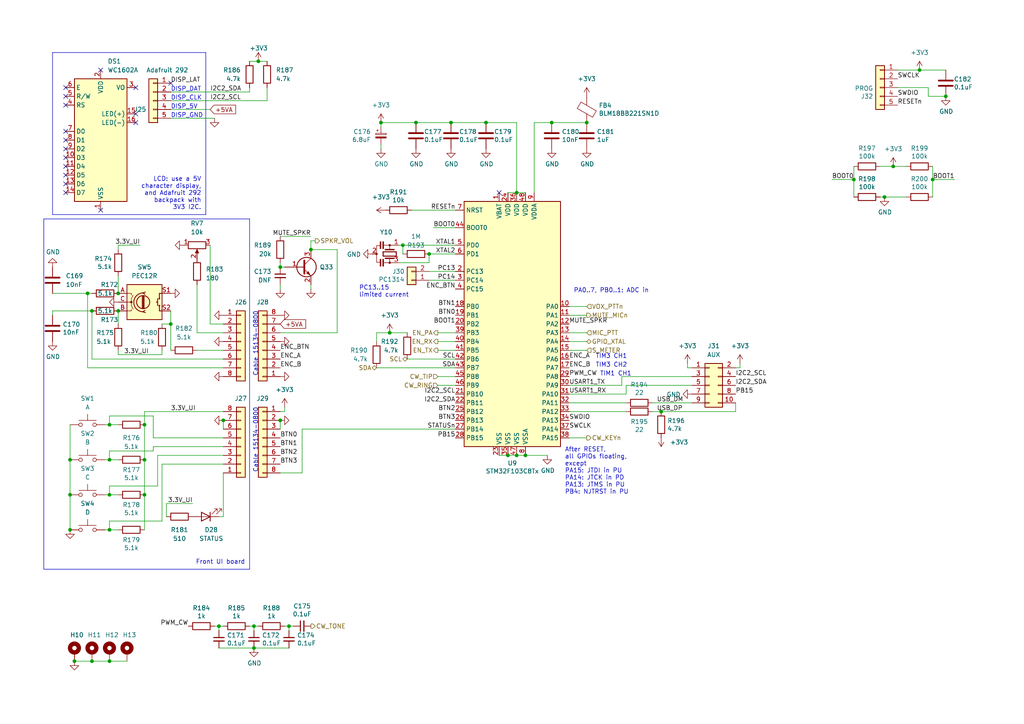
<source format=kicad_sch>
(kicad_sch (version 20230121) (generator eeschema)

  (uuid 5367a494-64b6-4f8c-adca-814c4b88525b)

  (paper "A4")

  (title_block
    (title "DART-70 TRX")
    (date "2023-04-10")
    (rev "1")
    (company "HB9EGM")
    (comment 1 "A 4m Band SSB/CW Transceiver")
    (comment 2 "User interface")
  )

  

  (junction (at 247.65 52.07) (diameter 0) (color 0 0 0 0)
    (uuid 0866ee23-d486-4d3a-a64d-98814c5ef163)
  )
  (junction (at 259.08 48.26) (diameter 0) (color 0 0 0 0)
    (uuid 0a368386-18d2-4ef6-8165-200b72a998f5)
  )
  (junction (at 31.75 153.67) (diameter 0) (color 0 0 0 0)
    (uuid 0f80f31f-72b7-4a12-98d4-1ab91816cb66)
  )
  (junction (at 34.29 85.09) (diameter 0) (color 0 0 0 0)
    (uuid 1276659c-ff14-4940-b214-e27c5bbbd628)
  )
  (junction (at 49.53 93.98) (diameter 0) (color 0 0 0 0)
    (uuid 13067acb-fde6-4e8f-bcd8-36f75030cd64)
  )
  (junction (at 31.75 123.19) (diameter 0) (color 0 0 0 0)
    (uuid 1b4d93c0-b76c-47a2-869f-90d3a6551a1b)
  )
  (junction (at 26.67 90.17) (diameter 0) (color 0 0 0 0)
    (uuid 1d8e009c-7943-40d7-8021-ed1bc658a4c2)
  )
  (junction (at 191.77 119.38) (diameter 0) (color 0 0 0 0)
    (uuid 27f5f687-72ed-4e01-8cef-3c4cc1c6eb50)
  )
  (junction (at 64.77 121.92) (diameter 0) (color 0 0 0 0)
    (uuid 2945d9a7-6deb-445b-b4b8-a7b72ad1634b)
  )
  (junction (at 266.7 20.32) (diameter 0) (color 0 0 0 0)
    (uuid 3a3e423a-0c3f-40d0-bc24-f2fd6c41cc34)
  )
  (junction (at 149.86 55.88) (diameter 0) (color 0 0 0 0)
    (uuid 3b398e0a-4c10-4dcc-aa1f-5dcd51a576d9)
  )
  (junction (at 20.32 143.51) (diameter 0) (color 0 0 0 0)
    (uuid 3e97b4b6-51fe-4831-8963-04e554d396f4)
  )
  (junction (at 124.46 73.66) (diameter 0) (color 0 0 0 0)
    (uuid 418a0e9c-c95f-4d4a-a88f-ec13faf3303c)
  )
  (junction (at 31.75 133.35) (diameter 0) (color 0 0 0 0)
    (uuid 43b68646-b8ec-4be3-a413-276bb49b62bd)
  )
  (junction (at 130.81 35.56) (diameter 0) (color 0 0 0 0)
    (uuid 463e71c6-e035-4ed0-9a41-c3c9633f2c78)
  )
  (junction (at 90.17 72.39) (diameter 0) (color 0 0 0 0)
    (uuid 4aeb06a7-de87-4606-9e7f-a948ca11c315)
  )
  (junction (at 74.93 17.78) (diameter 0) (color 0 0 0 0)
    (uuid 506b584a-7a0c-4748-9a0a-fd2df4f10b53)
  )
  (junction (at 31.75 191.77) (diameter 0) (color 0 0 0 0)
    (uuid 59cde6dd-9dca-42cc-926a-90d90b278d0e)
  )
  (junction (at 81.28 121.92) (diameter 0) (color 0 0 0 0)
    (uuid 5c4d51ff-53a5-48b4-8e8d-5a6fdb870410)
  )
  (junction (at 20.32 133.35) (diameter 0) (color 0 0 0 0)
    (uuid 60f9aea0-5552-4cff-adfd-7e3333a6c431)
  )
  (junction (at 256.54 57.15) (diameter 0) (color 0 0 0 0)
    (uuid 6d4ae51e-8ca2-4932-9759-eaa3b5ce6b35)
  )
  (junction (at 149.86 132.08) (diameter 0) (color 0 0 0 0)
    (uuid 70b621b6-45b5-43cb-9683-d589118723d7)
  )
  (junction (at 147.32 132.08) (diameter 0) (color 0 0 0 0)
    (uuid 73e2a101-0bc0-414b-9aa7-7eeb8a3caef1)
  )
  (junction (at 120.65 35.56) (diameter 0) (color 0 0 0 0)
    (uuid 752fa345-d8be-4e99-aad1-e88671f99643)
  )
  (junction (at 160.02 35.56) (diameter 0) (color 0 0 0 0)
    (uuid 77b09fa1-fbbb-49ab-94c4-069660b694ff)
  )
  (junction (at 73.66 187.96) (diameter 0) (color 0 0 0 0)
    (uuid 782b86fa-ef9f-4c16-a991-b44a80f0f0c3)
  )
  (junction (at 110.49 35.56) (diameter 0) (color 0 0 0 0)
    (uuid 7a569be9-30d3-40a6-bcfb-48572e4d943e)
  )
  (junction (at 63.5 181.61) (diameter 0) (color 0 0 0 0)
    (uuid 7efaeda2-e767-44b9-adb2-3a0c3f4d2f1d)
  )
  (junction (at 25.4 85.09) (diameter 0) (color 0 0 0 0)
    (uuid 862cd780-bf4e-4e2e-bb26-0952d83f334b)
  )
  (junction (at 83.82 181.61) (diameter 0) (color 0 0 0 0)
    (uuid 8847e751-6992-4f80-92c5-c3bef4b5dbf6)
  )
  (junction (at 116.84 71.12) (diameter 0) (color 0 0 0 0)
    (uuid 8c497335-9f19-4d8f-81b9-d3f6e5560190)
  )
  (junction (at 26.67 191.77) (diameter 0) (color 0 0 0 0)
    (uuid 98560b74-a1df-4f18-9056-9d04ee495b97)
  )
  (junction (at 140.97 35.56) (diameter 0) (color 0 0 0 0)
    (uuid 9cb0289b-897f-4a33-9575-6ead0989832a)
  )
  (junction (at 41.91 133.35) (diameter 0) (color 0 0 0 0)
    (uuid a306cb94-6ff0-43dc-b3ff-609bd041f651)
  )
  (junction (at 270.51 52.07) (diameter 0) (color 0 0 0 0)
    (uuid aa21b640-c66c-4373-8449-938440dd5f1c)
  )
  (junction (at 73.66 181.61) (diameter 0) (color 0 0 0 0)
    (uuid b2ecb88a-4c09-46d5-b24a-de38dbb48f75)
  )
  (junction (at 41.91 143.51) (diameter 0) (color 0 0 0 0)
    (uuid b47512f5-ddb1-4f6a-a01f-993a149ffa47)
  )
  (junction (at 152.4 132.08) (diameter 0) (color 0 0 0 0)
    (uuid b7e9cf10-b74e-4e80-a7f1-e33a29fe56de)
  )
  (junction (at 20.32 153.67) (diameter 0) (color 0 0 0 0)
    (uuid be9a62f2-23dd-41df-91a7-1f4ac377faf3)
  )
  (junction (at 81.28 77.47) (diameter 0) (color 0 0 0 0)
    (uuid c21d43cd-6a5c-49e4-8e47-27ce04de320c)
  )
  (junction (at 34.29 90.17) (diameter 0) (color 0 0 0 0)
    (uuid c2d3f10b-b9a2-4cb9-979d-644e3566b349)
  )
  (junction (at 21.59 191.77) (diameter 0) (color 0 0 0 0)
    (uuid c700ac3f-55c1-4328-ac50-f1d2cfb94ee9)
  )
  (junction (at 41.91 123.19) (diameter 0) (color 0 0 0 0)
    (uuid cc016ca4-b9a4-4d80-91ba-91d6e0df5bcc)
  )
  (junction (at 170.18 35.56) (diameter 0) (color 0 0 0 0)
    (uuid e1640c92-0a7b-4990-ae42-e9436c2a460d)
  )
  (junction (at 31.75 143.51) (diameter 0) (color 0 0 0 0)
    (uuid e4389c4e-c952-4182-9a64-3fb2a72a1786)
  )
  (junction (at 274.32 27.94) (diameter 0) (color 0 0 0 0)
    (uuid ed74c2b7-a3ac-4886-84f5-377b5e1bbbfc)
  )
  (junction (at 113.03 96.52) (diameter 0) (color 0 0 0 0)
    (uuid ff6d9fdb-84d0-4d1c-a636-19102cb32ce0)
  )

  (no_connect (at 19.05 30.48) (uuid 27a098aa-a54a-4603-8a04-fe8def00e684))
  (no_connect (at 19.05 25.4) (uuid 32b8b153-c903-4741-ad0e-f8d9602e50e4))
  (no_connect (at 39.37 33.02) (uuid 342988be-16c5-4d72-82f4-e65b4c5f0a23))
  (no_connect (at 19.05 45.72) (uuid 4f2980f5-7c43-4875-a7d2-8b8b265a1e46))
  (no_connect (at 19.05 40.64) (uuid 5187d1a9-67b2-40c1-a07c-4e0e8a38791d))
  (no_connect (at 39.37 35.56) (uuid 54760758-af89-4a41-a60d-e1b689c5006e))
  (no_connect (at 29.21 20.32) (uuid 5e0f13bf-804a-411e-8f5a-2678db83e4a0))
  (no_connect (at 19.05 38.1) (uuid 657b9520-f4f5-4bbd-96e9-e7037197e3d3))
  (no_connect (at 19.05 53.34) (uuid 68b3df11-6847-4453-820a-85d602ac575b))
  (no_connect (at 19.05 43.18) (uuid 7470b900-3f1e-497f-b369-8aad981a3392))
  (no_connect (at 29.21 60.96) (uuid 94d11b9d-6eb0-4385-9ae1-ddcc32221de4))
  (no_connect (at 19.05 48.26) (uuid 98bce542-8d71-44ac-8b06-d20ab5e9152b))
  (no_connect (at 19.05 55.88) (uuid 9a013d10-199f-4d04-bd4c-941faf08d324))
  (no_connect (at 144.78 55.88) (uuid b1a7eebe-6925-4250-9db7-8e9e0fa6cd98))
  (no_connect (at 19.05 27.94) (uuid cbf32607-4f05-4315-90ea-7b1ad43a34e7))
  (no_connect (at 49.53 24.13) (uuid d201603c-e100-4dec-85ec-f4b2f2d1beac))
  (no_connect (at 39.37 25.4) (uuid e52ceaab-2ff4-49eb-abf8-ad8d6eddfba5))
  (no_connect (at 19.05 50.8) (uuid e57a82f1-c1a2-475f-b5ba-dfeed83c5d9b))

  (wire (pts (xy 49.53 26.67) (xy 72.39 26.67))
    (stroke (width 0) (type default))
    (uuid 0172fa94-4b7c-4d5e-bde6-27bb171b91e9)
  )
  (wire (pts (xy 63.5 149.86) (xy 64.77 149.86))
    (stroke (width 0) (type default))
    (uuid 01bec52d-63c5-49e5-955c-569d1162d97f)
  )
  (wire (pts (xy 34.29 71.12) (xy 40.64 71.12))
    (stroke (width 0) (type default))
    (uuid 0242d9ef-e4f8-46fc-9a77-e91737006838)
  )
  (wire (pts (xy 60.96 71.12) (xy 60.96 93.98))
    (stroke (width 0) (type default))
    (uuid 02f4b20d-c9a8-4969-8fae-b3557e58a4d5)
  )
  (wire (pts (xy 34.29 93.98) (xy 34.29 90.17))
    (stroke (width 0) (type default))
    (uuid 035870a0-33fd-4542-9093-58d01a043d61)
  )
  (wire (pts (xy 119.38 60.96) (xy 132.08 60.96))
    (stroke (width 0) (type default))
    (uuid 0454b0ed-4e94-46b1-9058-7210ddee62e4)
  )
  (wire (pts (xy 34.29 101.6) (xy 34.29 102.87))
    (stroke (width 0) (type default))
    (uuid 075e8b22-aaf4-4757-89b3-6249642534f1)
  )
  (wire (pts (xy 170.18 127) (xy 165.1 127))
    (stroke (width 0) (type default))
    (uuid 092bd70b-48e0-45b7-9940-021b2d382881)
  )
  (wire (pts (xy 44.45 120.65) (xy 31.75 120.65))
    (stroke (width 0) (type default))
    (uuid 09f2736c-9021-4d8c-8548-ee1072a97795)
  )
  (wire (pts (xy 165.1 88.9) (xy 170.18 88.9))
    (stroke (width 0) (type default))
    (uuid 09f67069-9731-43ad-9896-f538c04ef5ba)
  )
  (wire (pts (xy 15.24 91.44) (xy 15.24 90.17))
    (stroke (width 0) (type default))
    (uuid 1021e01a-7480-4604-9b82-a8d70899e83d)
  )
  (wire (pts (xy 34.29 133.35) (xy 31.75 133.35))
    (stroke (width 0) (type default))
    (uuid 10acd6cf-9aa0-464b-9051-98ec9eb1cee0)
  )
  (wire (pts (xy 48.26 146.05) (xy 55.88 146.05))
    (stroke (width 0) (type default))
    (uuid 11719fed-d88d-4530-9c26-831b28b31b78)
  )
  (wire (pts (xy 64.77 132.08) (xy 45.72 132.08))
    (stroke (width 0) (type default))
    (uuid 117ea635-ba04-4738-95f8-db64471b3c10)
  )
  (wire (pts (xy 127 101.6) (xy 132.08 101.6))
    (stroke (width 0) (type default))
    (uuid 1627b889-41c1-4638-81bb-2059620a165d)
  )
  (wire (pts (xy 127 111.76) (xy 132.08 111.76))
    (stroke (width 0) (type default))
    (uuid 166aacf9-9169-4bbe-a203-0c1180fa7c79)
  )
  (wire (pts (xy 266.7 20.32) (xy 274.32 20.32))
    (stroke (width 0) (type default))
    (uuid 183d445a-de65-4a66-9059-9ba25be6a94a)
  )
  (wire (pts (xy 21.59 191.77) (xy 26.67 191.77))
    (stroke (width 0) (type default))
    (uuid 1998e0d6-130d-4ba8-96ae-888a1f6e3081)
  )
  (wire (pts (xy 110.49 41.91) (xy 110.49 43.18))
    (stroke (width 0) (type default))
    (uuid 1a795a6f-1bc6-41fb-82d7-5ae528094d84)
  )
  (wire (pts (xy 270.51 52.07) (xy 276.86 52.07))
    (stroke (width 0) (type default))
    (uuid 1aa1dab1-f1aa-419d-8e2b-8cd33b1239aa)
  )
  (wire (pts (xy 200.66 106.68) (xy 199.39 106.68))
    (stroke (width 0) (type default))
    (uuid 1ce4bd63-126a-47fe-ad75-2c3d3b6c90fd)
  )
  (wire (pts (xy 90.17 69.85) (xy 91.44 69.85))
    (stroke (width 0) (type default))
    (uuid 1d79b872-4247-447b-8107-559d53ddd5a5)
  )
  (wire (pts (xy 189.23 116.84) (xy 200.66 116.84))
    (stroke (width 0) (type default))
    (uuid 1da5016e-cc92-4895-a74f-9793b5b27afa)
  )
  (wire (pts (xy 130.81 35.56) (xy 140.97 35.56))
    (stroke (width 0) (type default))
    (uuid 2330a65f-a667-4564-b2ea-fd267508069a)
  )
  (wire (pts (xy 260.35 20.32) (xy 266.7 20.32))
    (stroke (width 0) (type default))
    (uuid 23425199-2ac8-404e-b295-8bb0276f526e)
  )
  (wire (pts (xy 200.66 111.76) (xy 181.61 111.76))
    (stroke (width 0) (type default))
    (uuid 238ce6dc-0557-409a-ab04-93448fccaac4)
  )
  (wire (pts (xy 160.02 35.56) (xy 154.94 35.56))
    (stroke (width 0) (type default))
    (uuid 23d269d6-d694-442a-bf5d-98bf3544fc31)
  )
  (wire (pts (xy 165.1 116.84) (xy 181.61 116.84))
    (stroke (width 0) (type default))
    (uuid 23ee83b6-5b95-4d9f-9ad1-3b6563750444)
  )
  (wire (pts (xy 269.24 25.4) (xy 269.24 27.94))
    (stroke (width 0) (type default))
    (uuid 2480dd87-1dff-4a50-81a2-52ef161ac45c)
  )
  (wire (pts (xy 259.08 48.26) (xy 262.89 48.26))
    (stroke (width 0) (type default))
    (uuid 24884ea9-449f-44bf-b800-4ed7c93ce21e)
  )
  (wire (pts (xy 63.5 181.61) (xy 63.5 182.88))
    (stroke (width 0) (type default))
    (uuid 251435cb-df17-46ab-aac4-3d24ccac8db0)
  )
  (wire (pts (xy 109.22 106.68) (xy 132.08 106.68))
    (stroke (width 0) (type default))
    (uuid 25892d42-97fc-44a1-b3ba-aeb16f99fc18)
  )
  (polyline (pts (xy 12.7 63.5) (xy 12.7 165.1))
    (stroke (width 0) (type default))
    (uuid 2713b852-bf79-44b8-86d7-5e0782348c75)
  )

  (wire (pts (xy 34.29 123.19) (xy 31.75 123.19))
    (stroke (width 0) (type default))
    (uuid 2965eaa9-5c83-4078-a673-05e36103f2d1)
  )
  (wire (pts (xy 26.67 104.14) (xy 64.77 104.14))
    (stroke (width 0) (type default))
    (uuid 2b7ff33a-ec1c-46d5-8b84-ce602b213971)
  )
  (wire (pts (xy 127 109.22) (xy 132.08 109.22))
    (stroke (width 0) (type default))
    (uuid 2bd08fdd-e559-4112-af36-bdef9848d0a6)
  )
  (wire (pts (xy 81.28 96.52) (xy 97.79 96.52))
    (stroke (width 0) (type default))
    (uuid 2c6ad630-243d-427a-a5cf-bdab2e7e3ca0)
  )
  (wire (pts (xy 64.77 134.62) (xy 46.99 134.62))
    (stroke (width 0) (type default))
    (uuid 2e004af1-24c2-4d3f-9cdf-8ffccd65096d)
  )
  (wire (pts (xy 57.15 82.55) (xy 57.15 96.52))
    (stroke (width 0) (type default))
    (uuid 34bc620a-9d77-48b4-909a-ab4e80c66d2f)
  )
  (polyline (pts (xy 59.69 15.24) (xy 59.69 62.23))
    (stroke (width 0) (type default))
    (uuid 36dbbb14-ed77-4633-af35-90660d2143f3)
  )

  (wire (pts (xy 120.65 35.56) (xy 130.81 35.56))
    (stroke (width 0) (type default))
    (uuid 37e843e9-2538-4a91-9a9b-f536fa0a9e84)
  )
  (wire (pts (xy 64.77 127) (xy 44.45 127))
    (stroke (width 0) (type default))
    (uuid 38d4be64-e2ca-4c77-8402-c0bcde2a8985)
  )
  (wire (pts (xy 247.65 52.07) (xy 247.65 57.15))
    (stroke (width 0) (type default))
    (uuid 39fc171f-22e1-4125-a6fb-074be0f89972)
  )
  (wire (pts (xy 110.49 35.56) (xy 120.65 35.56))
    (stroke (width 0) (type default))
    (uuid 3a013e8f-5b12-499b-8d2d-0ad49966db1a)
  )
  (wire (pts (xy 83.82 182.88) (xy 83.82 181.61))
    (stroke (width 0) (type default))
    (uuid 3d927ca0-f4ad-42ab-b902-dfef8d84eebb)
  )
  (wire (pts (xy 270.51 52.07) (xy 270.51 57.15))
    (stroke (width 0) (type default))
    (uuid 3ecb97a2-d71c-4514-8aef-66aafaac321d)
  )
  (wire (pts (xy 31.75 151.13) (xy 31.75 153.67))
    (stroke (width 0) (type default))
    (uuid 3ecfdc85-ccb3-4449-a7de-24b5b9ff8623)
  )
  (wire (pts (xy 73.66 187.96) (xy 83.82 187.96))
    (stroke (width 0) (type default))
    (uuid 3fc3a397-ec3a-4314-aa6a-44925ef4cbbe)
  )
  (wire (pts (xy 189.23 119.38) (xy 191.77 119.38))
    (stroke (width 0) (type default))
    (uuid 40e94887-1b6b-450e-82b0-77f516f4e620)
  )
  (polyline (pts (xy 15.24 15.24) (xy 59.69 15.24))
    (stroke (width 0) (type default))
    (uuid 437ebe18-8f4c-4d60-9ade-e76424d17726)
  )

  (wire (pts (xy 83.82 181.61) (xy 85.09 181.61))
    (stroke (width 0) (type default))
    (uuid 4736f749-4a0e-4a05-b1aa-d51f1c3fc23d)
  )
  (wire (pts (xy 160.02 35.56) (xy 170.18 35.56))
    (stroke (width 0) (type default))
    (uuid 4829bee0-faa8-43f7-b2d7-8a6e5d1b3050)
  )
  (wire (pts (xy 34.29 80.01) (xy 34.29 85.09))
    (stroke (width 0) (type default))
    (uuid 487cb37f-32e1-4fcc-b649-1ddd891984c5)
  )
  (wire (pts (xy 34.29 72.39) (xy 34.29 71.12))
    (stroke (width 0) (type default))
    (uuid 4ac2ebce-bb4e-40ee-8aab-660b525d546b)
  )
  (wire (pts (xy 124.46 78.74) (xy 132.08 78.74))
    (stroke (width 0) (type default))
    (uuid 4cd135a5-fdd1-4851-864a-dadf7c96d9ff)
  )
  (wire (pts (xy 20.32 123.19) (xy 20.32 133.35))
    (stroke (width 0) (type default))
    (uuid 4d43e674-c1c0-4e11-b129-01108db367aa)
  )
  (wire (pts (xy 260.35 25.4) (xy 269.24 25.4))
    (stroke (width 0) (type default))
    (uuid 4f69bb40-cbf2-45c5-8c23-3e0667e1f6c1)
  )
  (wire (pts (xy 165.1 114.3) (xy 181.61 114.3))
    (stroke (width 0) (type default))
    (uuid 500298f6-b9ed-4e53-bde6-024545f1a90a)
  )
  (wire (pts (xy 214.63 106.68) (xy 214.63 105.41))
    (stroke (width 0) (type default))
    (uuid 51294343-90f3-4619-bc53-1c73bf8c5427)
  )
  (wire (pts (xy 44.45 129.54) (xy 44.45 130.81))
    (stroke (width 0) (type default))
    (uuid 5340b604-f44f-4b11-a6bf-532ca4d65b6f)
  )
  (wire (pts (xy 165.1 99.06) (xy 170.18 99.06))
    (stroke (width 0) (type default))
    (uuid 53b642b8-d876-4cba-97a5-d4c9c528a2c5)
  )
  (wire (pts (xy 74.93 17.78) (xy 72.39 17.78))
    (stroke (width 0) (type default))
    (uuid 5650bed6-fa0f-4e0e-bc2c-475445b4cde8)
  )
  (wire (pts (xy 64.77 101.6) (xy 57.15 101.6))
    (stroke (width 0) (type default))
    (uuid 58839379-e082-4fb4-906e-c6877a462c18)
  )
  (wire (pts (xy 34.29 143.51) (xy 31.75 143.51))
    (stroke (width 0) (type default))
    (uuid 595e8034-8a59-4a5c-b366-f8604d8aa4da)
  )
  (wire (pts (xy 247.65 48.26) (xy 247.65 52.07))
    (stroke (width 0) (type default))
    (uuid 5af71f61-4c88-4f07-8375-dac3a2ef186d)
  )
  (wire (pts (xy 110.49 35.56) (xy 110.49 36.83))
    (stroke (width 0) (type default))
    (uuid 5e8f43a4-e869-473e-b093-0ec79ea19580)
  )
  (wire (pts (xy 269.24 27.94) (xy 274.32 27.94))
    (stroke (width 0) (type default))
    (uuid 61b6f2c4-b226-47d6-bbd8-9d67fcaf35c3)
  )
  (wire (pts (xy 256.54 57.15) (xy 262.89 57.15))
    (stroke (width 0) (type default))
    (uuid 61e795c9-5bb5-48b3-b7a0-cb64f04c7adc)
  )
  (wire (pts (xy 49.53 101.6) (xy 49.53 93.98))
    (stroke (width 0) (type default))
    (uuid 62bb59d5-9173-4472-8052-d1f9b5eb8ddd)
  )
  (wire (pts (xy 48.26 146.05) (xy 48.26 149.86))
    (stroke (width 0) (type default))
    (uuid 653c064d-2952-4357-b6d2-6994eafa06e3)
  )
  (wire (pts (xy 34.29 153.67) (xy 31.75 153.67))
    (stroke (width 0) (type default))
    (uuid 66d98295-60ac-4b7d-a181-3284b2b387bc)
  )
  (wire (pts (xy 124.46 76.2) (xy 124.46 73.66))
    (stroke (width 0) (type default))
    (uuid 677a1070-c11b-49a9-8186-12e0a3e880b1)
  )
  (wire (pts (xy 77.47 29.21) (xy 77.47 25.4))
    (stroke (width 0) (type default))
    (uuid 679e5b0e-a017-43d8-8845-79a886253d82)
  )
  (wire (pts (xy 26.67 191.77) (xy 31.75 191.77))
    (stroke (width 0) (type default))
    (uuid 67a7995e-8784-42ca-a88d-2917f425f1b7)
  )
  (polyline (pts (xy 15.24 15.24) (xy 15.24 62.23))
    (stroke (width 0) (type default))
    (uuid 6c1a4ff4-84d5-4723-9271-598658bada11)
  )

  (wire (pts (xy 165.1 111.76) (xy 180.34 111.76))
    (stroke (width 0) (type default))
    (uuid 6f75ea3e-6135-44f5-9313-1aad839ab6f6)
  )
  (wire (pts (xy 49.53 93.98) (xy 49.53 90.17))
    (stroke (width 0) (type default))
    (uuid 6fdaf790-6595-4496-8ecc-66a8fce05a7e)
  )
  (wire (pts (xy 31.75 153.67) (xy 30.48 153.67))
    (stroke (width 0) (type default))
    (uuid 7015e2a0-a2e3-4f1d-a3b4-6e3232db9600)
  )
  (wire (pts (xy 74.93 17.78) (xy 77.47 17.78))
    (stroke (width 0) (type default))
    (uuid 70fbc14f-75ce-4a72-aeed-887f01f7e9b7)
  )
  (wire (pts (xy 62.23 181.61) (xy 63.5 181.61))
    (stroke (width 0) (type default))
    (uuid 742f6656-c86d-41c0-937e-ef6ded3bd482)
  )
  (wire (pts (xy 82.55 119.38) (xy 81.28 119.38))
    (stroke (width 0) (type default))
    (uuid 759cc877-c951-4232-8801-84944e2711e0)
  )
  (wire (pts (xy 31.75 143.51) (xy 30.48 143.51))
    (stroke (width 0) (type default))
    (uuid 79e9b764-7934-4c55-bbe2-66da90857ed4)
  )
  (wire (pts (xy 140.97 35.56) (xy 149.86 35.56))
    (stroke (width 0) (type default))
    (uuid 7c1fd6fc-5c53-4ccb-a456-46fe6fc0bc71)
  )
  (wire (pts (xy 34.29 102.87) (xy 46.99 102.87))
    (stroke (width 0) (type default))
    (uuid 7d0bbe80-0957-4d01-9233-f16ef102a13b)
  )
  (wire (pts (xy 82.55 181.61) (xy 83.82 181.61))
    (stroke (width 0) (type default))
    (uuid 7d512d14-3ca4-4934-b506-eb07d268c7dc)
  )
  (wire (pts (xy 255.27 48.26) (xy 259.08 48.26))
    (stroke (width 0) (type default))
    (uuid 7dd55760-37b2-4d89-b4f0-9a6e2271c608)
  )
  (wire (pts (xy 49.53 31.75) (xy 60.96 31.75))
    (stroke (width 0) (type default))
    (uuid 7dea5b06-9728-4946-ac18-76df3b51d33b)
  )
  (wire (pts (xy 147.32 132.08) (xy 144.78 132.08))
    (stroke (width 0) (type default))
    (uuid 7f2c9904-545b-4337-acd6-8707e0924818)
  )
  (wire (pts (xy 31.75 120.65) (xy 31.75 123.19))
    (stroke (width 0) (type default))
    (uuid 7f70a162-654d-4a57-bc5d-a31cdfbe16ab)
  )
  (wire (pts (xy 270.51 48.26) (xy 270.51 52.07))
    (stroke (width 0) (type default))
    (uuid 81d49193-5849-4589-9095-80c5e3a0c2bb)
  )
  (wire (pts (xy 41.91 133.35) (xy 41.91 123.19))
    (stroke (width 0) (type default))
    (uuid 83b77b4d-dcc2-4e93-a5f3-1d1480646393)
  )
  (wire (pts (xy 199.39 106.68) (xy 199.39 105.41))
    (stroke (width 0) (type default))
    (uuid 83f19178-b5ce-4eb0-8662-85efc8e40ad9)
  )
  (wire (pts (xy 82.55 118.11) (xy 82.55 119.38))
    (stroke (width 0) (type default))
    (uuid 8531137a-1a8b-4272-8a2a-21ebe15116a8)
  )
  (wire (pts (xy 255.27 57.15) (xy 256.54 57.15))
    (stroke (width 0) (type default))
    (uuid 875404be-e359-458a-af29-1bd3403dd55f)
  )
  (wire (pts (xy 170.18 96.52) (xy 165.1 96.52))
    (stroke (width 0) (type default))
    (uuid 8916cfb5-5541-43a9-8e0e-951b776d485c)
  )
  (wire (pts (xy 90.17 69.85) (xy 90.17 72.39))
    (stroke (width 0) (type default))
    (uuid 8c018d47-5ab9-4aea-a37a-71038b398265)
  )
  (wire (pts (xy 64.77 129.54) (xy 44.45 129.54))
    (stroke (width 0) (type default))
    (uuid 8cad3c76-9d14-47b0-af16-b1d45fb7e210)
  )
  (wire (pts (xy 25.4 85.09) (xy 25.4 106.68))
    (stroke (width 0) (type default))
    (uuid 8cc76f91-ded4-40ee-b697-880b3a291e2e)
  )
  (wire (pts (xy 20.32 143.51) (xy 20.32 153.67))
    (stroke (width 0) (type default))
    (uuid 8d760ab7-cb5d-426a-b4aa-fb7e0964cb41)
  )
  (wire (pts (xy 113.03 96.52) (xy 118.11 96.52))
    (stroke (width 0) (type default))
    (uuid 8eee2ea4-1445-45c5-abf0-47f99f0cf976)
  )
  (wire (pts (xy 73.66 181.61) (xy 74.93 181.61))
    (stroke (width 0) (type default))
    (uuid 9004cee7-358e-4c08-9d64-a05f28a4e7b6)
  )
  (wire (pts (xy 15.24 85.09) (xy 25.4 85.09))
    (stroke (width 0) (type default))
    (uuid 901dc96c-698d-427d-880a-ee46536a481f)
  )
  (wire (pts (xy 81.28 77.47) (xy 82.55 77.47))
    (stroke (width 0) (type default))
    (uuid 91b93633-9d4a-4170-b7ca-34e2d5aedb1e)
  )
  (wire (pts (xy 124.46 73.66) (xy 132.08 73.66))
    (stroke (width 0) (type default))
    (uuid 92cf4db4-2dba-4763-9cd8-3c7f8aff8f24)
  )
  (wire (pts (xy 124.46 76.2) (xy 115.57 76.2))
    (stroke (width 0) (type default))
    (uuid 93b580d1-c2df-48c4-9d06-465ca9d3eebc)
  )
  (wire (pts (xy 31.75 130.81) (xy 31.75 133.35))
    (stroke (width 0) (type default))
    (uuid 93da3a85-5fda-48d7-be90-2ac97d347c10)
  )
  (wire (pts (xy 31.75 133.35) (xy 30.48 133.35))
    (stroke (width 0) (type default))
    (uuid 9a54de37-9a36-4361-8f2a-998faf1c0711)
  )
  (wire (pts (xy 87.63 124.46) (xy 132.08 124.46))
    (stroke (width 0) (type default))
    (uuid 9c00f763-4387-4dca-9d2a-687600fcbd31)
  )
  (wire (pts (xy 26.67 90.17) (xy 26.67 104.14))
    (stroke (width 0) (type default))
    (uuid a17a454c-d5db-41e2-aad7-bb23416d3abb)
  )
  (wire (pts (xy 46.99 93.98) (xy 49.53 93.98))
    (stroke (width 0) (type default))
    (uuid a1c9f66a-0fa1-46bb-9bd5-47e853da8b3b)
  )
  (wire (pts (xy 149.86 55.88) (xy 147.32 55.88))
    (stroke (width 0) (type default))
    (uuid a32fe8ab-5810-40f6-8eab-48332c0ee5a0)
  )
  (wire (pts (xy 81.28 83.82) (xy 81.28 82.55))
    (stroke (width 0) (type default))
    (uuid a6772870-a42e-49f8-bd4d-a35118c5fb87)
  )
  (wire (pts (xy 31.75 123.19) (xy 30.48 123.19))
    (stroke (width 0) (type default))
    (uuid a8ec01c3-5395-47fc-8245-52f53884ef0c)
  )
  (wire (pts (xy 124.46 81.28) (xy 132.08 81.28))
    (stroke (width 0) (type default))
    (uuid ab5db7e5-9de7-449f-b70b-9d0dd610b10b)
  )
  (wire (pts (xy 116.84 73.66) (xy 116.84 71.12))
    (stroke (width 0) (type default))
    (uuid ac5a5c45-797a-4bbe-bfd5-5ce5a8aa3463)
  )
  (wire (pts (xy 109.22 99.06) (xy 109.22 96.52))
    (stroke (width 0) (type default))
    (uuid acc086a0-e4a1-477e-a665-53709bdb472e)
  )
  (wire (pts (xy 81.28 121.92) (xy 81.28 124.46))
    (stroke (width 0) (type default))
    (uuid adcad185-ae9d-4ff3-9043-36c650cb42a0)
  )
  (wire (pts (xy 81.28 76.2) (xy 81.28 77.47))
    (stroke (width 0) (type default))
    (uuid ae0da676-b905-4af3-8d1e-af49105ca29d)
  )
  (wire (pts (xy 46.99 151.13) (xy 31.75 151.13))
    (stroke (width 0) (type default))
    (uuid ae15e328-ecca-4103-8937-cab586d25863)
  )
  (wire (pts (xy 152.4 132.08) (xy 149.86 132.08))
    (stroke (width 0) (type default))
    (uuid b05af61d-3c1d-44cf-aea2-61fd169c9d1a)
  )
  (wire (pts (xy 31.75 191.77) (xy 36.83 191.77))
    (stroke (width 0) (type default))
    (uuid b28ba5b1-54d9-4597-94a4-3b5c7b5bab1e)
  )
  (wire (pts (xy 149.86 35.56) (xy 149.86 55.88))
    (stroke (width 0) (type default))
    (uuid b3eebb03-af8c-48e8-a7d9-5ec3741206fa)
  )
  (wire (pts (xy 213.36 119.38) (xy 213.36 116.84))
    (stroke (width 0) (type default))
    (uuid b54abf56-b9e3-4a23-9f8d-55ca0e49fa17)
  )
  (polyline (pts (xy 72.39 63.5) (xy 72.39 165.1))
    (stroke (width 0) (type default))
    (uuid b7352d31-f539-445c-ba3f-fbc1562b3d46)
  )

  (wire (pts (xy 165.1 119.38) (xy 181.61 119.38))
    (stroke (width 0) (type default))
    (uuid b9baffa3-7afd-4d0f-b872-02cd045ef6e6)
  )
  (wire (pts (xy 181.61 111.76) (xy 181.61 114.3))
    (stroke (width 0) (type default))
    (uuid b9fce689-53c2-4275-98d8-2c8da9bd740a)
  )
  (wire (pts (xy 116.84 71.12) (xy 115.57 71.12))
    (stroke (width 0) (type default))
    (uuid ba80136a-34d0-4a97-a9c9-c43ab3f7be6e)
  )
  (wire (pts (xy 97.79 96.52) (xy 97.79 72.39))
    (stroke (width 0) (type default))
    (uuid baa5fb47-0080-48ce-a6eb-0a22f840580d)
  )
  (wire (pts (xy 152.4 55.88) (xy 149.86 55.88))
    (stroke (width 0) (type default))
    (uuid bade9875-e59b-4d52-b529-c48d7c265fc4)
  )
  (wire (pts (xy 81.28 137.16) (xy 87.63 137.16))
    (stroke (width 0) (type default))
    (uuid bb740424-d759-4423-b2a5-0258d69ff2b8)
  )
  (wire (pts (xy 49.53 29.21) (xy 77.47 29.21))
    (stroke (width 0) (type default))
    (uuid bc913ca4-9065-43d2-9d7f-c7073d14811d)
  )
  (wire (pts (xy 170.18 101.6) (xy 165.1 101.6))
    (stroke (width 0) (type default))
    (uuid bcb9de97-da39-48c2-ba62-52171a3a19f8)
  )
  (wire (pts (xy 64.77 93.98) (xy 60.96 93.98))
    (stroke (width 0) (type default))
    (uuid bcc6231b-fada-4e7b-994f-501a10edaac4)
  )
  (wire (pts (xy 118.11 104.14) (xy 132.08 104.14))
    (stroke (width 0) (type default))
    (uuid bd09b87f-3171-467c-9c1b-9b264cb5811f)
  )
  (wire (pts (xy 45.72 132.08) (xy 45.72 140.97))
    (stroke (width 0) (type default))
    (uuid bdc362f0-8353-4b85-a2e5-77a124b70e3e)
  )
  (wire (pts (xy 90.17 83.82) (xy 90.17 82.55))
    (stroke (width 0) (type default))
    (uuid be3969cd-6eb6-46db-b717-5a91b206baa1)
  )
  (wire (pts (xy 127 99.06) (xy 132.08 99.06))
    (stroke (width 0) (type default))
    (uuid becafcb0-5d08-48f4-89ce-b2a1334e1c9f)
  )
  (wire (pts (xy 46.99 134.62) (xy 46.99 151.13))
    (stroke (width 0) (type default))
    (uuid bff5a479-d653-4ef3-9142-cd1c60af5e4c)
  )
  (wire (pts (xy 87.63 137.16) (xy 87.63 124.46))
    (stroke (width 0) (type default))
    (uuid c11bad5b-a36f-48f7-a423-b6938509b64c)
  )
  (wire (pts (xy 25.4 85.09) (xy 26.67 85.09))
    (stroke (width 0) (type default))
    (uuid c3bf758f-2f4a-44b5-89bd-399138aded84)
  )
  (wire (pts (xy 64.77 121.92) (xy 64.77 124.46))
    (stroke (width 0) (type default))
    (uuid c441a9cc-dcbd-450c-98b0-ba6bf2893466)
  )
  (wire (pts (xy 109.22 96.52) (xy 113.03 96.52))
    (stroke (width 0) (type default))
    (uuid c4f64510-07d5-4ae3-902b-5d0e59c44376)
  )
  (wire (pts (xy 180.34 109.22) (xy 200.66 109.22))
    (stroke (width 0) (type default))
    (uuid ca0eab8e-e3fd-464d-bb03-d1603b8a651b)
  )
  (wire (pts (xy 213.36 106.68) (xy 214.63 106.68))
    (stroke (width 0) (type default))
    (uuid cb175638-626b-4672-842d-6eb93527cdee)
  )
  (wire (pts (xy 72.39 26.67) (xy 72.39 25.4))
    (stroke (width 0) (type default))
    (uuid cf02db11-2ff8-4f79-b3e9-9802575ab786)
  )
  (polyline (pts (xy 72.39 165.1) (xy 12.7 165.1))
    (stroke (width 0) (type default))
    (uuid d1139c2e-c886-424c-a875-a1901610c4d7)
  )

  (wire (pts (xy 154.94 35.56) (xy 154.94 55.88))
    (stroke (width 0) (type default))
    (uuid d1ea7795-8403-4edb-b959-1b29f77ed16f)
  )
  (wire (pts (xy 26.67 90.17) (xy 15.24 90.17))
    (stroke (width 0) (type default))
    (uuid d4d81f67-fac4-4771-8b7d-f2089683330d)
  )
  (wire (pts (xy 73.66 182.88) (xy 73.66 181.61))
    (stroke (width 0) (type default))
    (uuid d8ebdeb0-2bbd-4a1b-a259-f95c97f44cbe)
  )
  (wire (pts (xy 72.39 181.61) (xy 73.66 181.61))
    (stroke (width 0) (type default))
    (uuid dacfc6b2-f197-4446-86ee-d141533404be)
  )
  (wire (pts (xy 97.79 72.39) (xy 90.17 72.39))
    (stroke (width 0) (type default))
    (uuid db2d81f3-23da-41d4-9b62-2e8fe838cf89)
  )
  (wire (pts (xy 46.99 101.6) (xy 46.99 102.87))
    (stroke (width 0) (type default))
    (uuid dbe966b7-402e-466d-8903-8d56ad410940)
  )
  (wire (pts (xy 49.53 34.29) (xy 62.23 34.29))
    (stroke (width 0) (type default))
    (uuid dc2567a8-f67d-423b-a6b0-f3bf10022eef)
  )
  (wire (pts (xy 132.08 71.12) (xy 116.84 71.12))
    (stroke (width 0) (type default))
    (uuid dcbc5a2e-2561-4663-8736-09acc9fe0209)
  )
  (wire (pts (xy 63.5 187.96) (xy 73.66 187.96))
    (stroke (width 0) (type default))
    (uuid ddcf9a83-0126-4df6-88fa-3363d508d3a6)
  )
  (wire (pts (xy 45.72 140.97) (xy 31.75 140.97))
    (stroke (width 0) (type default))
    (uuid dece3cbd-7376-4a8b-8f30-175b2548ec21)
  )
  (wire (pts (xy 44.45 130.81) (xy 31.75 130.81))
    (stroke (width 0) (type default))
    (uuid df1810e4-d2b1-4c4a-a469-1d3279013048)
  )
  (polyline (pts (xy 12.7 63.5) (xy 72.39 63.5))
    (stroke (width 0) (type default))
    (uuid e1153486-162b-4507-b81c-3c8ab418a121)
  )

  (wire (pts (xy 158.75 132.08) (xy 152.4 132.08))
    (stroke (width 0) (type default))
    (uuid e382fedc-c868-44fd-9740-47cc05b15c1c)
  )
  (wire (pts (xy 170.18 91.44) (xy 165.1 91.44))
    (stroke (width 0) (type default))
    (uuid e4a40ea1-de8c-4913-8d95-0a86c0054fcc)
  )
  (wire (pts (xy 63.5 181.61) (xy 64.77 181.61))
    (stroke (width 0) (type default))
    (uuid e68fac9b-3de3-4acb-9bb0-3dee3685df22)
  )
  (wire (pts (xy 191.77 119.38) (xy 213.36 119.38))
    (stroke (width 0) (type default))
    (uuid e70600e3-01bb-4e01-8134-7ede97e7e28d)
  )
  (wire (pts (xy 180.34 111.76) (xy 180.34 109.22))
    (stroke (width 0) (type default))
    (uuid e7130644-c4ae-4f9d-997d-5b4fa9d09578)
  )
  (wire (pts (xy 127 96.52) (xy 132.08 96.52))
    (stroke (width 0) (type default))
    (uuid e719e133-06c8-48a5-8b34-3a33eec285a2)
  )
  (polyline (pts (xy 59.69 62.23) (xy 15.24 62.23))
    (stroke (width 0) (type default))
    (uuid e8e850c4-7708-4bbf-84e9-a768c6d278e3)
  )

  (wire (pts (xy 44.45 127) (xy 44.45 120.65))
    (stroke (width 0) (type default))
    (uuid e9b295a5-cdeb-4da6-bdd9-19728b2c98e4)
  )
  (wire (pts (xy 90.17 68.58) (xy 81.28 68.58))
    (stroke (width 0) (type default))
    (uuid eaa232ae-0357-4d6f-87b8-c4745ba4beae)
  )
  (wire (pts (xy 64.77 149.86) (xy 64.77 137.16))
    (stroke (width 0) (type default))
    (uuid eb0a63f4-b906-442b-93ec-ffece07fdfe0)
  )
  (wire (pts (xy 41.91 153.67) (xy 41.91 143.51))
    (stroke (width 0) (type default))
    (uuid eb5c3818-51cd-4092-a6a2-1d306912382e)
  )
  (wire (pts (xy 125.73 66.04) (xy 132.08 66.04))
    (stroke (width 0) (type default))
    (uuid ed265626-f6f5-4029-beb9-f6ad275e86b5)
  )
  (wire (pts (xy 41.91 143.51) (xy 41.91 133.35))
    (stroke (width 0) (type default))
    (uuid ee955228-8cba-41df-9590-142549e57cef)
  )
  (wire (pts (xy 25.4 106.68) (xy 64.77 106.68))
    (stroke (width 0) (type default))
    (uuid f0f2fa4c-2880-427e-a24f-022d6c3aded4)
  )
  (wire (pts (xy 41.91 119.38) (xy 64.77 119.38))
    (stroke (width 0) (type default))
    (uuid f195bef5-4865-4edb-b1c1-1159dcbcf864)
  )
  (wire (pts (xy 31.75 140.97) (xy 31.75 143.51))
    (stroke (width 0) (type default))
    (uuid f4034db7-8854-4045-b7b2-1e1c9b9e34c1)
  )
  (wire (pts (xy 149.86 132.08) (xy 147.32 132.08))
    (stroke (width 0) (type default))
    (uuid f46f4b86-daf6-4869-98cb-928039f00f5f)
  )
  (wire (pts (xy 41.91 119.38) (xy 41.91 123.19))
    (stroke (width 0) (type default))
    (uuid f7ab66cc-203f-4754-b8dc-ece5fbc39d5d)
  )
  (wire (pts (xy 20.32 133.35) (xy 20.32 143.51))
    (stroke (width 0) (type default))
    (uuid f928df12-b33b-4d6e-8a51-572bf83802ca)
  )
  (wire (pts (xy 241.3 52.07) (xy 247.65 52.07))
    (stroke (width 0) (type default))
    (uuid faac2d32-2379-4b8f-8acf-c85798bc06e6)
  )
  (wire (pts (xy 57.15 96.52) (xy 64.77 96.52))
    (stroke (width 0) (type default))
    (uuid fea67a82-098b-48c6-940d-5cd9df757cce)
  )

  (text "DISP_5V" (at 49.53 31.75 0)
    (effects (font (size 1.27 1.27)) (justify left bottom))
    (uuid 1ae70af6-ac4a-4a28-aff8-9077e17e3e61)
  )
  (text "DISP_GND" (at 49.53 34.29 0)
    (effects (font (size 1.27 1.27)) (justify left bottom))
    (uuid 2a4a455a-d851-42f3-92ae-dce395b66e62)
  )
  (text "After RESET,\nall GPIOs floating,\nexcept\nPA15: JTDI in PU\nPA14: JTCK in PD\nPA13: JTMS in PU\nPB4: NJTRST in PU"
    (at 163.83 143.51 0)
    (effects (font (size 1.27 1.27)) (justify left bottom))
    (uuid 4585c64e-96ad-4886-8cc1-623266bf73bf)
  )
  (text "TIM1 CH1" (at 173.99 109.22 0)
    (effects (font (size 1.27 1.27)) (justify left bottom))
    (uuid 49389a66-8741-452b-8284-834f65c51e1b)
  )
  (text "Cable 15134-0800" (at 74.93 109.22 90)
    (effects (font (size 1.27 1.27)) (justify left bottom))
    (uuid 7b631093-e11c-49b0-a46a-633c5ceda110)
  )
  (text "TIM3 CH1" (at 172.72 104.14 0)
    (effects (font (size 1.27 1.27)) (justify left bottom))
    (uuid 7ea15999-0781-4c2e-a266-2adaf5a39946)
  )
  (text "Front UI board" (at 71.12 163.83 0)
    (effects (font (size 1.27 1.27)) (justify right bottom))
    (uuid 8d92f97b-74a7-43f9-9feb-d6e333f8a974)
  )
  (text "LCD: use a 5V\ncharacter display,\nand Adafruit 292\nbackpack with\n3V3 I2C.\n"
    (at 58.42 60.96 0)
    (effects (font (size 1.27 1.27)) (justify right bottom))
    (uuid 957effad-d1d8-4a6b-8428-056683589978)
  )
  (text "TIM3 CH2" (at 172.72 106.68 0)
    (effects (font (size 1.27 1.27)) (justify left bottom))
    (uuid a632aa3e-0113-4f5d-90b5-27bac9ed8392)
  )
  (text "PC13..15\nlimited current" (at 104.14 86.36 0)
    (effects (font (size 1.27 1.27)) (justify left bottom))
    (uuid d5605fa7-538d-473c-8da8-4e6409672b1d)
  )
  (text "Cable 15134-0800" (at 74.93 137.16 90)
    (effects (font (size 1.27 1.27)) (justify left bottom))
    (uuid dd938c83-7076-4e3c-82e0-49322a91ed68)
  )
  (text "DISP_DAT" (at 49.53 26.67 0)
    (effects (font (size 1.27 1.27)) (justify left bottom))
    (uuid e1ee8c3a-d18b-43d4-92e4-74a5b6e689c1)
  )
  (text "PA0..7, PB0..1: ADC in" (at 166.37 85.09 0)
    (effects (font (size 1.27 1.27)) (justify left bottom))
    (uuid fb6ae0ae-5f09-42f3-a277-43e9524a252b)
  )
  (text "DISP_CLK" (at 49.53 29.21 0)
    (effects (font (size 1.27 1.27)) (justify left bottom))
    (uuid fd29d2ff-b67b-4b37-95fa-5b64b72e1a7d)
  )

  (label "USART1_RX" (at 165.1 114.3 0) (fields_autoplaced)
    (effects (font (size 1.27 1.27)) (justify left bottom))
    (uuid 0470f6f8-3373-4410-9688-3749de7c241a)
  )
  (label "SDA" (at 132.08 106.68 180) (fields_autoplaced)
    (effects (font (size 1.27 1.27)) (justify right bottom))
    (uuid 0886377c-acad-41ba-a045-1d436eadaaab)
  )
  (label "3.3V_UI" (at 43.18 102.87 180) (fields_autoplaced)
    (effects (font (size 1.27 1.27)) (justify right bottom))
    (uuid 0b2c254c-035e-4b52-9889-bbb048995de9)
  )
  (label "BTN1" (at 132.08 88.9 180) (fields_autoplaced)
    (effects (font (size 1.27 1.27)) (justify right bottom))
    (uuid 0ece2b87-02c1-4250-9204-efdee0b5a9d0)
  )
  (label "PB15" (at 213.36 114.3 0) (fields_autoplaced)
    (effects (font (size 1.27 1.27)) (justify left bottom))
    (uuid 1c36527b-20ab-4863-8486-3913ee2e57f4)
  )
  (label "3.3V_UI" (at 55.88 146.05 180) (fields_autoplaced)
    (effects (font (size 1.27 1.27)) (justify right bottom))
    (uuid 1df87102-6570-4cc8-9930-cfb8a8d46ff8)
  )
  (label "3.3V_UI" (at 40.64 71.12 180) (fields_autoplaced)
    (effects (font (size 1.27 1.27)) (justify right bottom))
    (uuid 3436c674-fa5d-4fce-9d91-c53bfa7b82ff)
  )
  (label "USB_DM" (at 190.5 116.84 0) (fields_autoplaced)
    (effects (font (size 1.27 1.27)) (justify left bottom))
    (uuid 39b425ba-43e1-49f4-b33b-0a52558e49b6)
  )
  (label "BOOT1" (at 276.86 52.07 180) (fields_autoplaced)
    (effects (font (size 1.27 1.27)) (justify right bottom))
    (uuid 3a41f6b2-d64e-4fc9-9c78-62461e28f42c)
  )
  (label "BTN2" (at 132.08 119.38 180) (fields_autoplaced)
    (effects (font (size 1.27 1.27)) (justify right bottom))
    (uuid 3fcf515a-b2e5-4769-a263-706606d34687)
  )
  (label "I2C2_SDA" (at 213.36 111.76 0) (fields_autoplaced)
    (effects (font (size 1.27 1.27)) (justify left bottom))
    (uuid 474da0bb-a80f-4ce4-b14e-5f26d8f31e91)
  )
  (label "PB15" (at 132.08 127 180) (fields_autoplaced)
    (effects (font (size 1.27 1.27)) (justify right bottom))
    (uuid 4c756fc2-8fde-4459-8921-e1db5a89f1ba)
  )
  (label "SWDIO" (at 165.1 121.92 0) (fields_autoplaced)
    (effects (font (size 1.27 1.27)) (justify left bottom))
    (uuid 502090da-c5a3-4316-9f8a-2de92274b2b8)
  )
  (label "MUTE_SPKR" (at 165.1 93.98 0) (fields_autoplaced)
    (effects (font (size 1.27 1.27)) (justify left bottom))
    (uuid 57b815ce-1f83-4176-9946-50c52170481e)
  )
  (label "ENC_BTN" (at 132.08 83.82 180) (fields_autoplaced)
    (effects (font (size 1.27 1.27)) (justify right bottom))
    (uuid 588d3cbf-6c0a-4102-8f72-574f6ea20133)
  )
  (label "I2C2_SCL" (at 213.36 109.22 0) (fields_autoplaced)
    (effects (font (size 1.27 1.27)) (justify left bottom))
    (uuid 5900b9d3-f54e-4689-953a-e125f5f9fa71)
  )
  (label "SCL" (at 132.08 104.14 180) (fields_autoplaced)
    (effects (font (size 1.27 1.27)) (justify right bottom))
    (uuid 5bd9bd00-e17c-4137-8daf-974f4e7eb479)
  )
  (label "XTAL2" (at 132.08 73.66 180) (fields_autoplaced)
    (effects (font (size 1.27 1.27)) (justify right bottom))
    (uuid 5c5b3284-d7e2-4069-8087-eaf4a8346272)
  )
  (label "ENC_B" (at 81.28 106.68 0) (fields_autoplaced)
    (effects (font (size 1.27 1.27)) (justify left bottom))
    (uuid 5e4e2554-e691-40cb-837f-552b7d5bc858)
  )
  (label "3.3V_UI" (at 49.53 119.38 0) (fields_autoplaced)
    (effects (font (size 1.27 1.27)) (justify left bottom))
    (uuid 62ac7083-8caf-45e9-8895-1c0309ab5c83)
  )
  (label "I2C2_SDA" (at 132.08 116.84 180) (fields_autoplaced)
    (effects (font (size 1.27 1.27)) (justify right bottom))
    (uuid 6c1d0ff6-53d9-4a5b-89a8-5313d6ca7d94)
  )
  (label "BTN0" (at 132.08 91.44 180) (fields_autoplaced)
    (effects (font (size 1.27 1.27)) (justify right bottom))
    (uuid 72635b6d-f5d1-44fe-86b5-9bebc2da5d46)
  )
  (label "ENC_BTN" (at 81.28 101.6 0) (fields_autoplaced)
    (effects (font (size 1.27 1.27)) (justify left bottom))
    (uuid 73b08644-febb-4c1e-9b8f-826cf4cd7348)
  )
  (label "ENC_A" (at 165.1 104.14 0) (fields_autoplaced)
    (effects (font (size 1.27 1.27)) (justify left bottom))
    (uuid 7803a0ea-b6d3-457b-b195-42c8dc80b579)
  )
  (label "XTAL1" (at 132.08 71.12 180) (fields_autoplaced)
    (effects (font (size 1.27 1.27)) (justify right bottom))
    (uuid 794e55a0-75fe-436a-8b64-c2f248c65f18)
  )
  (label "ENC_B" (at 165.1 106.68 0) (fields_autoplaced)
    (effects (font (size 1.27 1.27)) (justify left bottom))
    (uuid 7fd58396-b4e5-46f4-aa37-499fb1457243)
  )
  (label "STATUSn" (at 132.08 124.46 180) (fields_autoplaced)
    (effects (font (size 1.27 1.27)) (justify right bottom))
    (uuid 8233de19-691a-4981-9177-f647c5ab854c)
  )
  (label "BTN2" (at 81.28 132.08 0) (fields_autoplaced)
    (effects (font (size 1.27 1.27)) (justify left bottom))
    (uuid 8b8cbcc8-2fab-4017-82d7-9e2b0dd87d55)
  )
  (label "RESETn" (at 260.35 30.48 0) (fields_autoplaced)
    (effects (font (size 1.27 1.27)) (justify left bottom))
    (uuid 8ce5f070-df4e-4d8d-b78f-3ef1b6a0875c)
  )
  (label "PWM_CW" (at 165.1 109.22 0) (fields_autoplaced)
    (effects (font (size 1.27 1.27)) (justify left bottom))
    (uuid 8d33a8d3-c5cc-40b4-ba71-6923d60927e2)
  )
  (label "BOOT0" (at 125.73 66.04 0) (fields_autoplaced)
    (effects (font (size 1.27 1.27)) (justify left bottom))
    (uuid 92ba8945-0271-4dc3-a102-541bc7646045)
  )
  (label "DISP_LAT" (at 49.53 24.13 0) (fields_autoplaced)
    (effects (font (size 1.27 1.27)) (justify left bottom))
    (uuid 92f4b848-251e-40e0-b324-8b9b23c0d808)
  )
  (label "PC14" (at 132.08 81.28 180) (fields_autoplaced)
    (effects (font (size 1.27 1.27)) (justify right bottom))
    (uuid 94b40fef-8e3d-4a32-a137-035c86ca86c8)
  )
  (label "SWCLK" (at 260.35 22.86 0) (fields_autoplaced)
    (effects (font (size 1.27 1.27)) (justify left bottom))
    (uuid b4b8fad9-0954-4267-898b-11fce62b39de)
  )
  (label "PC13" (at 132.08 78.74 180) (fields_autoplaced)
    (effects (font (size 1.27 1.27)) (justify right bottom))
    (uuid bb592211-9895-49a1-bb6a-47f7a9f85864)
  )
  (label "SWCLK" (at 165.1 124.46 0) (fields_autoplaced)
    (effects (font (size 1.27 1.27)) (justify left bottom))
    (uuid bf046f55-cad5-4e6d-8fc5-1978a2a4f4dc)
  )
  (label "MUTE_SPKR" (at 90.17 68.58 180) (fields_autoplaced)
    (effects (font (size 1.27 1.27)) (justify right bottom))
    (uuid bf990ee0-74a2-4da7-8afc-cf8f9fcfdf9c)
  )
  (label "BTN3" (at 81.28 134.62 0) (fields_autoplaced)
    (effects (font (size 1.27 1.27)) (justify left bottom))
    (uuid c40d36bb-2efa-4bc3-859b-223faaa66f3e)
  )
  (label "BTN0" (at 81.28 127 0) (fields_autoplaced)
    (effects (font (size 1.27 1.27)) (justify left bottom))
    (uuid c435621a-1e7b-4aea-a701-d5d27a54bd0d)
  )
  (label "BOOT1" (at 132.08 93.98 180) (fields_autoplaced)
    (effects (font (size 1.27 1.27)) (justify right bottom))
    (uuid c8ce7d0f-bd8a-416c-9bb9-339f4090a830)
  )
  (label "I2C2_SCL" (at 60.96 29.21 0) (fields_autoplaced)
    (effects (font (size 1.27 1.27)) (justify left bottom))
    (uuid c90387a3-7222-414a-9f26-d5d7b7d40104)
  )
  (label "PWM_CW" (at 54.61 181.61 180) (fields_autoplaced)
    (effects (font (size 1.27 1.27)) (justify right bottom))
    (uuid cf672f56-2d68-4c6c-a783-23e23c937b72)
  )
  (label "SWDIO" (at 260.35 27.94 0) (fields_autoplaced)
    (effects (font (size 1.27 1.27)) (justify left bottom))
    (uuid e42b8b80-020c-4fee-b000-fd91abf3966d)
  )
  (label "USART1_TX" (at 165.1 111.76 0) (fields_autoplaced)
    (effects (font (size 1.27 1.27)) (justify left bottom))
    (uuid e721791d-da51-4bae-ab44-002be5ea386c)
  )
  (label "I2C2_SDA" (at 60.96 26.67 0) (fields_autoplaced)
    (effects (font (size 1.27 1.27)) (justify left bottom))
    (uuid e75faf61-76fe-4e22-b01e-16c228ce55be)
  )
  (label "RESETn" (at 132.08 60.96 180) (fields_autoplaced)
    (effects (font (size 1.27 1.27)) (justify right bottom))
    (uuid e9862dd4-26d2-4ddd-91fc-972d848045f5)
  )
  (label "USB_DP" (at 190.5 119.38 0) (fields_autoplaced)
    (effects (font (size 1.27 1.27)) (justify left bottom))
    (uuid ea6e1631-8c38-44ed-83d3-12ae1bdebc4f)
  )
  (label "I2C2_SCL" (at 132.08 114.3 180) (fields_autoplaced)
    (effects (font (size 1.27 1.27)) (justify right bottom))
    (uuid ee5ea3d6-1422-40d3-882b-9d8b9c72bbba)
  )
  (label "BTN3" (at 132.08 121.92 180) (fields_autoplaced)
    (effects (font (size 1.27 1.27)) (justify right bottom))
    (uuid f686f314-e4c1-4c2d-a83a-58da96d3edf9)
  )
  (label "ENC_A" (at 81.28 104.14 0) (fields_autoplaced)
    (effects (font (size 1.27 1.27)) (justify left bottom))
    (uuid f7a8cf05-b405-47d6-a8ce-eb5ffec4afaa)
  )
  (label "BTN1" (at 81.28 129.54 0) (fields_autoplaced)
    (effects (font (size 1.27 1.27)) (justify left bottom))
    (uuid f82b8be3-e209-4493-8527-8e48e4d9c1ce)
  )
  (label "BOOT0" (at 241.3 52.07 0) (fields_autoplaced)
    (effects (font (size 1.27 1.27)) (justify left bottom))
    (uuid fd2d066c-2ff9-43c4-ab8e-a65d2b71b5c1)
  )

  (global_label "+5VA" (shape input) (at 60.96 31.75 0) (fields_autoplaced)
    (effects (font (size 1.27 1.27)) (justify left))
    (uuid 23c07a9f-1a0f-4174-9bf6-1e9d44a3bbdc)
    (property "Intersheetrefs" "${INTERSHEET_REFS}" (at 68.3321 31.8294 0)
      (effects (font (size 1.27 1.27)) (justify left) hide)
    )
  )
  (global_label "+5VA" (shape input) (at 81.28 93.98 0) (fields_autoplaced)
    (effects (font (size 1.27 1.27)) (justify left))
    (uuid b6bf96cd-5d96-481c-b31e-d68390866415)
    (property "Intersheetrefs" "${INTERSHEET_REFS}" (at 88.6521 94.0594 0)
      (effects (font (size 1.27 1.27)) (justify left) hide)
    )
  )

  (hierarchical_label "SDA" (shape bidirectional) (at 109.22 106.68 180) (fields_autoplaced)
    (effects (font (size 1.27 1.27)) (justify right))
    (uuid 0ef1b66f-e76b-4202-84a8-3a5c6b43b54d)
  )
  (hierarchical_label "CW_RING" (shape input) (at 127 111.76 180) (fields_autoplaced)
    (effects (font (size 1.27 1.27)) (justify right))
    (uuid 16a9ff70-bfb0-43c0-91e2-031c952ed930)
  )
  (hierarchical_label "MIC_PTT" (shape input) (at 170.18 96.52 0) (fields_autoplaced)
    (effects (font (size 1.27 1.27)) (justify left))
    (uuid 1718dc82-e46c-4c2e-af5a-768580eea712)
  )
  (hierarchical_label "SPKR_VOL" (shape output) (at 91.44 69.85 0) (fields_autoplaced)
    (effects (font (size 1.27 1.27)) (justify left))
    (uuid 32993904-ff6f-4989-9ce4-90806124fcff)
  )
  (hierarchical_label "SCL" (shape bidirectional) (at 118.11 104.14 180) (fields_autoplaced)
    (effects (font (size 1.27 1.27)) (justify right))
    (uuid 474d99d2-54fe-431f-a744-fd4a289e3a63)
  )
  (hierarchical_label "EN_TX" (shape output) (at 127 101.6 180) (fields_autoplaced)
    (effects (font (size 1.27 1.27)) (justify right))
    (uuid 4a151dd5-28d8-42af-b70d-d52cf427540e)
  )
  (hierarchical_label "CW_KEYn" (shape output) (at 170.18 127 0) (fields_autoplaced)
    (effects (font (size 1.27 1.27)) (justify left))
    (uuid 5b1cf420-b469-4a8f-a998-9abdfd8b7687)
  )
  (hierarchical_label "GPIO_XTAL" (shape bidirectional) (at 170.18 99.06 0) (fields_autoplaced)
    (effects (font (size 1.27 1.27)) (justify left))
    (uuid 66b37154-37b1-4543-8931-fdcc691edda8)
  )
  (hierarchical_label "EN_PA" (shape output) (at 127 96.52 180) (fields_autoplaced)
    (effects (font (size 1.27 1.27)) (justify right))
    (uuid 6c339788-b693-4998-9237-9b633af0d8d5)
  )
  (hierarchical_label "EN_RX" (shape output) (at 127 99.06 180) (fields_autoplaced)
    (effects (font (size 1.27 1.27)) (justify right))
    (uuid 92563de1-61c4-4e3f-8603-96474790934f)
  )
  (hierarchical_label "CW_TIP" (shape input) (at 127 109.22 180) (fields_autoplaced)
    (effects (font (size 1.27 1.27)) (justify right))
    (uuid a263031f-c5bf-414f-9c78-a88827a06381)
  )
  (hierarchical_label "S_METER" (shape input) (at 170.18 101.6 0) (fields_autoplaced)
    (effects (font (size 1.27 1.27)) (justify left))
    (uuid d205f026-5c37-4a8f-96d0-c67ab0976f34)
  )
  (hierarchical_label "CW_TONE" (shape output) (at 90.17 181.61 0) (fields_autoplaced)
    (effects (font (size 1.27 1.27)) (justify left))
    (uuid d618158f-4184-4754-aa33-65a98e706342)
  )
  (hierarchical_label "MUTE_MICn" (shape output) (at 170.18 91.44 0) (fields_autoplaced)
    (effects (font (size 1.27 1.27)) (justify left))
    (uuid e721274f-b458-4ab5-8d4d-44bffaffa7c9)
  )
  (hierarchical_label "VOX_PTTn" (shape input) (at 170.18 88.9 0) (fields_autoplaced)
    (effects (font (size 1.27 1.27)) (justify left))
    (uuid f97878bd-928c-4c4c-89be-8b4d252b39c8)
  )

  (symbol (lib_id "Device:R") (at 115.57 60.96 90) (unit 1)
    (in_bom yes) (on_board yes) (dnp no)
    (uuid 00000000-0000-0000-0000-00005e3048e7)
    (property "Reference" "R191" (at 115.57 55.7022 90)
      (effects (font (size 1.27 1.27)))
    )
    (property "Value" "10k" (at 115.57 58.0136 90)
      (effects (font (size 1.27 1.27)))
    )
    (property "Footprint" "Resistor_SMD:R_0603_1608Metric_Pad0.98x0.95mm_HandSolder" (at 115.57 62.738 90)
      (effects (font (size 1.27 1.27)) hide)
    )
    (property "Datasheet" "~" (at 115.57 60.96 0)
      (effects (font (size 1.27 1.27)) hide)
    )
    (property "Need_order" "0" (at 115.57 60.96 0)
      (effects (font (size 1.27 1.27)) hide)
    )
    (pin "1" (uuid f8f190b9-b0db-4303-be1a-5600b63ef7b3))
    (pin "2" (uuid 7e09dacf-e7df-4d1b-ae00-782e58d5681e))
    (instances
      (project "kicad-dart-70"
        (path "/7c83c304-769a-4be4-890e-297aba22b5b9/2868e76c-709b-493b-aaa8-b58a2fce5e93"
          (reference "R191") (unit 1)
        )
      )
    )
  )

  (symbol (lib_id "Device:FerriteBead") (at 170.18 31.75 180) (unit 1)
    (in_bom yes) (on_board yes) (dnp no)
    (uuid 00000000-0000-0000-0000-00005e5709c5)
    (property "Reference" "FB4" (at 173.6598 30.5816 0)
      (effects (font (size 1.27 1.27)) (justify right))
    )
    (property "Value" "BLM18BB221SN1D" (at 173.6598 32.893 0)
      (effects (font (size 1.27 1.27)) (justify right))
    )
    (property "Footprint" "Inductor_SMD:L_0603_1608Metric_Pad1.05x0.95mm_HandSolder" (at 171.958 31.75 90)
      (effects (font (size 1.27 1.27)) hide)
    )
    (property "Datasheet" "~" (at 170.18 31.75 0)
      (effects (font (size 1.27 1.27)) hide)
    )
    (property "MPN" "BLM18BB221SN1D" (at 170.18 31.75 90)
      (effects (font (size 1.27 1.27)) hide)
    )
    (property "Need_order" "0" (at 170.18 31.75 90)
      (effects (font (size 1.27 1.27)) hide)
    )
    (pin "1" (uuid 91739e86-f39b-4cdc-b575-642e4a50730e))
    (pin "2" (uuid f96e437f-ac96-4e0c-9515-7163a925c871))
    (instances
      (project "kicad-dart-70"
        (path "/7c83c304-769a-4be4-890e-297aba22b5b9/2868e76c-709b-493b-aaa8-b58a2fce5e93"
          (reference "FB4") (unit 1)
        )
      )
    )
  )

  (symbol (lib_id "Device:R") (at 58.42 181.61 270) (unit 1)
    (in_bom yes) (on_board yes) (dnp no)
    (uuid 00000000-0000-0000-0000-00005e58e428)
    (property "Reference" "R184" (at 58.42 176.3522 90)
      (effects (font (size 1.27 1.27)))
    )
    (property "Value" "1k" (at 58.42 178.6636 90)
      (effects (font (size 1.27 1.27)))
    )
    (property "Footprint" "Resistor_SMD:R_0603_1608Metric_Pad0.98x0.95mm_HandSolder" (at 58.42 179.832 90)
      (effects (font (size 1.27 1.27)) hide)
    )
    (property "Datasheet" "~" (at 58.42 181.61 0)
      (effects (font (size 1.27 1.27)) hide)
    )
    (property "Need_order" "0" (at 58.42 181.61 0)
      (effects (font (size 1.27 1.27)) hide)
    )
    (pin "1" (uuid 281b5eb6-1208-42ae-bb8a-610da179d81d))
    (pin "2" (uuid 5f6ef5a5-fcef-46d6-861e-e8cbd84496dc))
    (instances
      (project "kicad-dart-70"
        (path "/7c83c304-769a-4be4-890e-297aba22b5b9/2868e76c-709b-493b-aaa8-b58a2fce5e93"
          (reference "R184") (unit 1)
        )
      )
    )
  )

  (symbol (lib_id "Device:C_Small") (at 73.66 185.42 0) (unit 1)
    (in_bom yes) (on_board yes) (dnp no)
    (uuid 00000000-0000-0000-0000-00005e5a72b6)
    (property "Reference" "C172" (at 75.9968 184.2516 0)
      (effects (font (size 1.27 1.27)) (justify left))
    )
    (property "Value" "0.1uF" (at 75.9968 186.563 0)
      (effects (font (size 1.27 1.27)) (justify left))
    )
    (property "Footprint" "Capacitor_SMD:C_0603_1608Metric_Pad1.08x0.95mm_HandSolder" (at 73.66 185.42 0)
      (effects (font (size 1.27 1.27)) hide)
    )
    (property "Datasheet" "~" (at 73.66 185.42 0)
      (effects (font (size 1.27 1.27)) hide)
    )
    (property "MPN" "GRM188R71H104KA93D" (at 73.66 185.42 0)
      (effects (font (size 1.27 1.27)) hide)
    )
    (property "Need_order" "0" (at 73.66 185.42 0)
      (effects (font (size 1.27 1.27)) hide)
    )
    (pin "1" (uuid b533d202-b04e-42ab-9365-795e730feb44))
    (pin "2" (uuid 8b17d1c2-7934-45ab-8740-3ff19c5f5da5))
    (instances
      (project "kicad-dart-70"
        (path "/7c83c304-769a-4be4-890e-297aba22b5b9/2868e76c-709b-493b-aaa8-b58a2fce5e93"
          (reference "C172") (unit 1)
        )
      )
    )
  )

  (symbol (lib_id "Device:R") (at 68.58 181.61 270) (unit 1)
    (in_bom yes) (on_board yes) (dnp no)
    (uuid 00000000-0000-0000-0000-00005e5a9b8e)
    (property "Reference" "R185" (at 68.58 176.3522 90)
      (effects (font (size 1.27 1.27)))
    )
    (property "Value" "1k" (at 68.58 178.6636 90)
      (effects (font (size 1.27 1.27)))
    )
    (property "Footprint" "Resistor_SMD:R_0603_1608Metric_Pad0.98x0.95mm_HandSolder" (at 68.58 179.832 90)
      (effects (font (size 1.27 1.27)) hide)
    )
    (property "Datasheet" "~" (at 68.58 181.61 0)
      (effects (font (size 1.27 1.27)) hide)
    )
    (property "Need_order" "0" (at 68.58 181.61 0)
      (effects (font (size 1.27 1.27)) hide)
    )
    (pin "1" (uuid 03f2f483-0f35-4c0f-8c9b-031e53791a92))
    (pin "2" (uuid cd62a01c-3e56-4d97-b8cd-4489859cfde2))
    (instances
      (project "kicad-dart-70"
        (path "/7c83c304-769a-4be4-890e-297aba22b5b9/2868e76c-709b-493b-aaa8-b58a2fce5e93"
          (reference "R185") (unit 1)
        )
      )
    )
  )

  (symbol (lib_id "Device:C_Small") (at 63.5 185.42 0) (unit 1)
    (in_bom yes) (on_board yes) (dnp no)
    (uuid 00000000-0000-0000-0000-00005e5a9b9a)
    (property "Reference" "C171" (at 65.8368 184.2516 0)
      (effects (font (size 1.27 1.27)) (justify left))
    )
    (property "Value" "0.1uF" (at 65.8368 186.563 0)
      (effects (font (size 1.27 1.27)) (justify left))
    )
    (property "Footprint" "Capacitor_SMD:C_0603_1608Metric_Pad1.08x0.95mm_HandSolder" (at 63.5 185.42 0)
      (effects (font (size 1.27 1.27)) hide)
    )
    (property "Datasheet" "~" (at 63.5 185.42 0)
      (effects (font (size 1.27 1.27)) hide)
    )
    (property "MPN" "GRM188R71H104KA93D" (at 63.5 185.42 0)
      (effects (font (size 1.27 1.27)) hide)
    )
    (property "Need_order" "0" (at 63.5 185.42 0)
      (effects (font (size 1.27 1.27)) hide)
    )
    (pin "1" (uuid 3fcfdd05-38dd-4c86-a67d-03828382e13d))
    (pin "2" (uuid 32253759-c329-4a42-a9cc-9133e1b902a6))
    (instances
      (project "kicad-dart-70"
        (path "/7c83c304-769a-4be4-890e-297aba22b5b9/2868e76c-709b-493b-aaa8-b58a2fce5e93"
          (reference "C171") (unit 1)
        )
      )
    )
  )

  (symbol (lib_id "Device:C_Small") (at 83.82 185.42 0) (unit 1)
    (in_bom yes) (on_board yes) (dnp no)
    (uuid 00000000-0000-0000-0000-00005e5af42d)
    (property "Reference" "C174" (at 86.1568 184.2516 0)
      (effects (font (size 1.27 1.27)) (justify left))
    )
    (property "Value" "0.1uF" (at 86.1568 186.563 0)
      (effects (font (size 1.27 1.27)) (justify left))
    )
    (property "Footprint" "Capacitor_SMD:C_0603_1608Metric_Pad1.08x0.95mm_HandSolder" (at 83.82 185.42 0)
      (effects (font (size 1.27 1.27)) hide)
    )
    (property "Datasheet" "~" (at 83.82 185.42 0)
      (effects (font (size 1.27 1.27)) hide)
    )
    (property "MPN" "GRM188R71H104KA93D" (at 83.82 185.42 0)
      (effects (font (size 1.27 1.27)) hide)
    )
    (property "Need_order" "0" (at 83.82 185.42 0)
      (effects (font (size 1.27 1.27)) hide)
    )
    (pin "1" (uuid 83e7466b-e8cc-4ed1-bdf0-1d6c37cb6ca6))
    (pin "2" (uuid f866e63f-9952-4bca-a80c-306e990dea84))
    (instances
      (project "kicad-dart-70"
        (path "/7c83c304-769a-4be4-890e-297aba22b5b9/2868e76c-709b-493b-aaa8-b58a2fce5e93"
          (reference "C174") (unit 1)
        )
      )
    )
  )

  (symbol (lib_id "Device:R") (at 78.74 181.61 270) (unit 1)
    (in_bom yes) (on_board yes) (dnp no)
    (uuid 00000000-0000-0000-0000-00005e5af438)
    (property "Reference" "R188" (at 78.74 176.3522 90)
      (effects (font (size 1.27 1.27)))
    )
    (property "Value" "1k" (at 78.74 178.6636 90)
      (effects (font (size 1.27 1.27)))
    )
    (property "Footprint" "Resistor_SMD:R_0603_1608Metric_Pad0.98x0.95mm_HandSolder" (at 78.74 179.832 90)
      (effects (font (size 1.27 1.27)) hide)
    )
    (property "Datasheet" "~" (at 78.74 181.61 0)
      (effects (font (size 1.27 1.27)) hide)
    )
    (property "Need_order" "0" (at 78.74 181.61 0)
      (effects (font (size 1.27 1.27)) hide)
    )
    (pin "1" (uuid 48eaabae-50f0-4257-9597-3341a960ee69))
    (pin "2" (uuid a69df032-e066-4e22-a183-8d0fe9852363))
    (instances
      (project "kicad-dart-70"
        (path "/7c83c304-769a-4be4-890e-297aba22b5b9/2868e76c-709b-493b-aaa8-b58a2fce5e93"
          (reference "R188") (unit 1)
        )
      )
    )
  )

  (symbol (lib_id "Device:C_Small") (at 87.63 181.61 90) (unit 1)
    (in_bom yes) (on_board yes) (dnp no)
    (uuid 00000000-0000-0000-0000-00005e5b4333)
    (property "Reference" "C175" (at 87.63 175.7934 90)
      (effects (font (size 1.27 1.27)))
    )
    (property "Value" "0.1uF" (at 87.63 178.1048 90)
      (effects (font (size 1.27 1.27)))
    )
    (property "Footprint" "Capacitor_SMD:C_0603_1608Metric_Pad1.08x0.95mm_HandSolder" (at 87.63 181.61 0)
      (effects (font (size 1.27 1.27)) hide)
    )
    (property "Datasheet" "~" (at 87.63 181.61 0)
      (effects (font (size 1.27 1.27)) hide)
    )
    (property "MPN" "GRM188R71H104KA93D" (at 87.63 181.61 0)
      (effects (font (size 1.27 1.27)) hide)
    )
    (property "Need_order" "0" (at 87.63 181.61 0)
      (effects (font (size 1.27 1.27)) hide)
    )
    (pin "1" (uuid 35caa2ff-5ac0-414a-9ce1-dd4c07fecc3f))
    (pin "2" (uuid 4923844c-9901-4d77-8334-11fc5594158a))
    (instances
      (project "kicad-dart-70"
        (path "/7c83c304-769a-4be4-890e-297aba22b5b9/2868e76c-709b-493b-aaa8-b58a2fce5e93"
          (reference "C175") (unit 1)
        )
      )
    )
  )

  (symbol (lib_id "power:GND") (at 73.66 187.96 0) (unit 1)
    (in_bom yes) (on_board yes) (dnp no)
    (uuid 00000000-0000-0000-0000-00005e5cebae)
    (property "Reference" "#PWR0222" (at 73.66 194.31 0)
      (effects (font (size 1.27 1.27)) hide)
    )
    (property "Value" "GND" (at 73.787 192.3542 0)
      (effects (font (size 1.27 1.27)))
    )
    (property "Footprint" "" (at 73.66 187.96 0)
      (effects (font (size 1.27 1.27)) hide)
    )
    (property "Datasheet" "" (at 73.66 187.96 0)
      (effects (font (size 1.27 1.27)) hide)
    )
    (pin "1" (uuid 97db9b5d-2037-4cda-aae2-aa1a02947488))
    (instances
      (project "kicad-dart-70"
        (path "/7c83c304-769a-4be4-890e-297aba22b5b9/2868e76c-709b-493b-aaa8-b58a2fce5e93"
          (reference "#PWR0222") (unit 1)
        )
      )
    )
  )

  (symbol (lib_id "Device:R") (at 118.11 100.33 0) (unit 1)
    (in_bom yes) (on_board yes) (dnp no) (fields_autoplaced)
    (uuid 00000000-0000-0000-0000-00005e60f832)
    (property "Reference" "R192" (at 115.57 99.0599 0)
      (effects (font (size 1.27 1.27)) (justify right))
    )
    (property "Value" "4.7k" (at 115.57 101.5999 0)
      (effects (font (size 1.27 1.27)) (justify right))
    )
    (property "Footprint" "Resistor_SMD:R_0603_1608Metric_Pad0.98x0.95mm_HandSolder" (at 116.332 100.33 90)
      (effects (font (size 1.27 1.27)) hide)
    )
    (property "Datasheet" "~" (at 118.11 100.33 0)
      (effects (font (size 1.27 1.27)) hide)
    )
    (property "Need_order" "0" (at 118.11 100.33 0)
      (effects (font (size 1.27 1.27)) hide)
    )
    (pin "1" (uuid fe52833b-0978-4f81-9c0d-ae54a439bc4e))
    (pin "2" (uuid ac72b9ff-51d6-42fe-b53b-67a181043497))
    (instances
      (project "kicad-dart-70"
        (path "/7c83c304-769a-4be4-890e-297aba22b5b9/2868e76c-709b-493b-aaa8-b58a2fce5e93"
          (reference "R192") (unit 1)
        )
      )
    )
  )

  (symbol (lib_id "Device:R") (at 109.22 102.87 0) (unit 1)
    (in_bom yes) (on_board yes) (dnp no) (fields_autoplaced)
    (uuid 00000000-0000-0000-0000-00005e61059e)
    (property "Reference" "R190" (at 106.68 101.5999 0)
      (effects (font (size 1.27 1.27)) (justify right))
    )
    (property "Value" "4.7k" (at 106.68 104.1399 0)
      (effects (font (size 1.27 1.27)) (justify right))
    )
    (property "Footprint" "Resistor_SMD:R_0603_1608Metric_Pad0.98x0.95mm_HandSolder" (at 107.442 102.87 90)
      (effects (font (size 1.27 1.27)) hide)
    )
    (property "Datasheet" "~" (at 109.22 102.87 0)
      (effects (font (size 1.27 1.27)) hide)
    )
    (property "Need_order" "0" (at 109.22 102.87 0)
      (effects (font (size 1.27 1.27)) hide)
    )
    (pin "1" (uuid 903452fc-132c-4009-8163-3b8ec53c9b24))
    (pin "2" (uuid e5388fd9-ebe4-4960-bdcf-d5b9f75809a8))
    (instances
      (project "kicad-dart-70"
        (path "/7c83c304-769a-4be4-890e-297aba22b5b9/2868e76c-709b-493b-aaa8-b58a2fce5e93"
          (reference "R190") (unit 1)
        )
      )
    )
  )

  (symbol (lib_id "Device:R") (at 38.1 153.67 90) (unit 1)
    (in_bom yes) (on_board yes) (dnp no)
    (uuid 00000000-0000-0000-0000-00005e769b25)
    (property "Reference" "R179" (at 38.1 156.591 90)
      (effects (font (size 1.27 1.27)))
    )
    (property "Value" "5.1k" (at 38.1 158.9024 90)
      (effects (font (size 1.27 1.27)))
    )
    (property "Footprint" "Resistor_SMD:R_0603_1608Metric_Pad0.98x0.95mm_HandSolder" (at 38.1 155.448 90)
      (effects (font (size 1.27 1.27)) hide)
    )
    (property "Datasheet" "~" (at 38.1 153.67 0)
      (effects (font (size 1.27 1.27)) hide)
    )
    (property "Need_order" "0" (at 38.1 153.67 0)
      (effects (font (size 1.27 1.27)) hide)
    )
    (pin "1" (uuid 1cb9db02-79bb-4e6e-9f31-aed30a81217b))
    (pin "2" (uuid 2aba1e16-1f50-4bfc-9b1b-e74806910828))
    (instances
      (project "kicad-dart-70"
        (path "/7c83c304-769a-4be4-890e-297aba22b5b9/2868e76c-709b-493b-aaa8-b58a2fce5e93"
          (reference "R179") (unit 1)
        )
      )
    )
  )

  (symbol (lib_id "Device:R") (at 38.1 123.19 90) (unit 1)
    (in_bom yes) (on_board yes) (dnp no) (fields_autoplaced)
    (uuid 00000000-0000-0000-0000-00005e769b30)
    (property "Reference" "R176" (at 38.1 127 90)
      (effects (font (size 1.27 1.27)))
    )
    (property "Value" "5.1k" (at 38.1 129.54 90)
      (effects (font (size 1.27 1.27)))
    )
    (property "Footprint" "Resistor_SMD:R_0603_1608Metric_Pad0.98x0.95mm_HandSolder" (at 38.1 124.968 90)
      (effects (font (size 1.27 1.27)) hide)
    )
    (property "Datasheet" "~" (at 38.1 123.19 0)
      (effects (font (size 1.27 1.27)) hide)
    )
    (property "Need_order" "0" (at 38.1 123.19 0)
      (effects (font (size 1.27 1.27)) hide)
    )
    (pin "1" (uuid 827bf8cb-b8fe-441c-9820-6008651e5541))
    (pin "2" (uuid 7e7f611f-ef35-4ef0-9156-83776b71dbc4))
    (instances
      (project "kicad-dart-70"
        (path "/7c83c304-769a-4be4-890e-297aba22b5b9/2868e76c-709b-493b-aaa8-b58a2fce5e93"
          (reference "R176") (unit 1)
        )
      )
    )
  )

  (symbol (lib_id "MCU_ST_STM32F1:STM32F103C8Tx") (at 149.86 93.98 0) (unit 1)
    (in_bom yes) (on_board yes) (dnp no)
    (uuid 00000000-0000-0000-0000-00005e8e9efd)
    (property "Reference" "U9" (at 148.59 134.3406 0)
      (effects (font (size 1.27 1.27)))
    )
    (property "Value" "STM32F103C8Tx" (at 148.59 136.652 0)
      (effects (font (size 1.27 1.27)))
    )
    (property "Footprint" "Package_QFP:LQFP-48_7x7mm_P0.5mm" (at 134.62 129.54 0)
      (effects (font (size 1.27 1.27)) (justify right) hide)
    )
    (property "Datasheet" "/home/bram/Sync/Doc/Datasheet/stm32f103c8.pdf" (at 149.86 93.98 0)
      (effects (font (size 1.27 1.27)) hide)
    )
    (property "MPN" "STM32F103C8T6" (at 149.86 93.98 0)
      (effects (font (size 1.27 1.27)) hide)
    )
    (property "Need_order" "0" (at 149.86 93.98 0)
      (effects (font (size 1.27 1.27)) hide)
    )
    (pin "1" (uuid 61d821ee-c7bd-4d2b-b7e9-4e81ee1b8602))
    (pin "10" (uuid 1c01f631-4c1f-4e15-a1d2-54083229abb6))
    (pin "11" (uuid c82314fb-b4ac-4ed8-aec2-b325b564e9a4))
    (pin "12" (uuid 72f41ef1-4222-4d47-9898-21f8bf7cc84d))
    (pin "13" (uuid 328facdd-25b8-40a7-8786-b42d46d8274c))
    (pin "14" (uuid b7407771-d37d-4a42-a5ab-8412b7e34cb2))
    (pin "15" (uuid 490817a9-8a3a-4dae-8218-68d4d944ab07))
    (pin "16" (uuid 6ae7de5c-eb75-42f4-ac7f-f9823a44b55a))
    (pin "17" (uuid ec198a9f-ebfb-4aaa-87ee-f575e57b7386))
    (pin "18" (uuid 4421f60e-2771-4572-b78f-aa0ce9845f18))
    (pin "19" (uuid ae59de59-f6fd-4cf7-92ed-5fa27ed90161))
    (pin "2" (uuid bdded5d3-90e6-47a7-a1cf-f0bc3533e644))
    (pin "20" (uuid 39902edf-5802-448e-88e7-c0a626fd1566))
    (pin "21" (uuid 7e5b667d-dca2-4dad-b7ff-c13fd71a5b0a))
    (pin "22" (uuid fa981811-5bae-4ea8-8d10-2e353095031b))
    (pin "23" (uuid 792a1cd3-3dc5-4829-9ef2-04c39da5e19b))
    (pin "24" (uuid ed248c36-b3d8-4b83-93be-845a9be4ddc4))
    (pin "25" (uuid 7868f726-fb81-4564-96fb-0006c278cbdd))
    (pin "26" (uuid 0c4836c5-d2bf-4073-8012-f893239e8fa9))
    (pin "27" (uuid d0ae2d4d-a6c7-46bb-be70-ce40d6ce7154))
    (pin "28" (uuid a5f2c6a6-39af-4d56-9c9b-76b3b222b1a9))
    (pin "29" (uuid f7d7526c-ca90-4538-b8a3-c4e7b75d26a5))
    (pin "3" (uuid b7374701-d54c-4093-8c0e-9ad3b60b14e1))
    (pin "30" (uuid 37e9ec5d-fc08-4f4a-acc8-e13da11d3332))
    (pin "31" (uuid 135ac9a5-3d47-4cab-9c0d-b9bdf28432ad))
    (pin "32" (uuid 3f4b01ed-fc80-45b4-9157-5fb77a45a6ca))
    (pin "33" (uuid fe81db8f-71b2-43f6-a48e-e806978b198a))
    (pin "34" (uuid 70048c5d-783b-47fc-a1d5-fc843d139fe4))
    (pin "35" (uuid 5f7be35c-2d59-4e1f-b01e-3cedb83626fa))
    (pin "36" (uuid 56913f3b-c5c3-4906-9940-966db22d7262))
    (pin "37" (uuid 4339f4ed-bd29-4430-b998-cec4961bd73d))
    (pin "38" (uuid ee02bb78-3fdd-47d3-b0c4-574f6ba316a7))
    (pin "39" (uuid 123056b3-1fa6-4436-9565-6e8e0ae8befc))
    (pin "4" (uuid 18306267-0733-436c-9587-e1505bdcedd5))
    (pin "40" (uuid c09d6edc-8d27-45fc-afce-eb717853fc44))
    (pin "41" (uuid ea5a0114-c649-4383-b9a6-da54ec9e0ab0))
    (pin "42" (uuid faa2155c-8db8-4152-a3bc-476d35eab5a6))
    (pin "43" (uuid 653b70e1-9344-4325-b99f-2565ce22ffab))
    (pin "44" (uuid 514a6a5b-6b82-4d69-a63c-af49a5202449))
    (pin "45" (uuid e3c0a8b0-7c96-4699-8ec6-00316f529712))
    (pin "46" (uuid 1092ff6e-dcd6-460b-b01c-e5ad85ea499c))
    (pin "47" (uuid 0d8fc70a-d31a-4d98-afab-bf0f65f22cc0))
    (pin "48" (uuid f04c406c-1161-4f0f-a5fb-af25582e9a61))
    (pin "5" (uuid 9258a7d4-5a9f-4ab7-8910-391b6960919b))
    (pin "6" (uuid 2f744770-8f22-4114-8e49-659fb80138e5))
    (pin "7" (uuid bdb61224-0108-48a2-83c7-b0030c1de9e0))
    (pin "8" (uuid cadbc58d-bb12-45f3-a0eb-cf54fe1a9390))
    (pin "9" (uuid bc82a952-f29c-4e66-8fc2-c7523678b685))
    (instances
      (project "kicad-dart-70"
        (path "/7c83c304-769a-4be4-890e-297aba22b5b9/2868e76c-709b-493b-aaa8-b58a2fce5e93"
          (reference "U9") (unit 1)
        )
      )
    )
  )

  (symbol (lib_id "Device:R") (at 251.46 57.15 270) (unit 1)
    (in_bom yes) (on_board yes) (dnp no)
    (uuid 00000000-0000-0000-0000-00005e8f622a)
    (property "Reference" "R198" (at 251.46 51.8922 90)
      (effects (font (size 1.27 1.27)))
    )
    (property "Value" "100k" (at 251.46 54.2036 90)
      (effects (font (size 1.27 1.27)))
    )
    (property "Footprint" "Resistor_SMD:R_0603_1608Metric_Pad0.98x0.95mm_HandSolder" (at 251.46 55.372 90)
      (effects (font (size 1.27 1.27)) hide)
    )
    (property "Datasheet" "~" (at 251.46 57.15 0)
      (effects (font (size 1.27 1.27)) hide)
    )
    (property "Need_order" "0" (at 251.46 57.15 0)
      (effects (font (size 1.27 1.27)) hide)
    )
    (pin "1" (uuid 95a71d93-aef8-4f84-b170-b48326c73e8f))
    (pin "2" (uuid 40e096ce-9d6e-482d-b8c4-3ca126a99030))
    (instances
      (project "kicad-dart-70"
        (path "/7c83c304-769a-4be4-890e-297aba22b5b9/2868e76c-709b-493b-aaa8-b58a2fce5e93"
          (reference "R198") (unit 1)
        )
      )
    )
  )

  (symbol (lib_id "power:GND") (at 140.97 43.18 0) (unit 1)
    (in_bom yes) (on_board yes) (dnp no)
    (uuid 00000000-0000-0000-0000-00005e953edc)
    (property "Reference" "#PWR0238" (at 140.97 49.53 0)
      (effects (font (size 1.27 1.27)) hide)
    )
    (property "Value" "GND" (at 141.097 47.5742 0)
      (effects (font (size 1.27 1.27)))
    )
    (property "Footprint" "" (at 140.97 43.18 0)
      (effects (font (size 1.27 1.27)) hide)
    )
    (property "Datasheet" "" (at 140.97 43.18 0)
      (effects (font (size 1.27 1.27)) hide)
    )
    (pin "1" (uuid b79ba764-ebea-41ae-9f4f-054fbef3450a))
    (instances
      (project "kicad-dart-70"
        (path "/7c83c304-769a-4be4-890e-297aba22b5b9/2868e76c-709b-493b-aaa8-b58a2fce5e93"
          (reference "#PWR0238") (unit 1)
        )
      )
    )
  )

  (symbol (lib_id "power:GND") (at 130.81 43.18 0) (unit 1)
    (in_bom yes) (on_board yes) (dnp no)
    (uuid 00000000-0000-0000-0000-00005e9543a6)
    (property "Reference" "#PWR0237" (at 130.81 49.53 0)
      (effects (font (size 1.27 1.27)) hide)
    )
    (property "Value" "GND" (at 130.937 47.5742 0)
      (effects (font (size 1.27 1.27)))
    )
    (property "Footprint" "" (at 130.81 43.18 0)
      (effects (font (size 1.27 1.27)) hide)
    )
    (property "Datasheet" "" (at 130.81 43.18 0)
      (effects (font (size 1.27 1.27)) hide)
    )
    (pin "1" (uuid 22300701-1390-4220-be33-6554f3b61f6d))
    (instances
      (project "kicad-dart-70"
        (path "/7c83c304-769a-4be4-890e-297aba22b5b9/2868e76c-709b-493b-aaa8-b58a2fce5e93"
          (reference "#PWR0237") (unit 1)
        )
      )
    )
  )

  (symbol (lib_id "power:GND") (at 120.65 43.18 0) (unit 1)
    (in_bom yes) (on_board yes) (dnp no)
    (uuid 00000000-0000-0000-0000-00005e954536)
    (property "Reference" "#PWR0236" (at 120.65 49.53 0)
      (effects (font (size 1.27 1.27)) hide)
    )
    (property "Value" "GND" (at 120.777 47.5742 0)
      (effects (font (size 1.27 1.27)))
    )
    (property "Footprint" "" (at 120.65 43.18 0)
      (effects (font (size 1.27 1.27)) hide)
    )
    (property "Datasheet" "" (at 120.65 43.18 0)
      (effects (font (size 1.27 1.27)) hide)
    )
    (pin "1" (uuid ff5cc64e-8d01-4a32-bf22-dd77f3b61831))
    (instances
      (project "kicad-dart-70"
        (path "/7c83c304-769a-4be4-890e-297aba22b5b9/2868e76c-709b-493b-aaa8-b58a2fce5e93"
          (reference "#PWR0236") (unit 1)
        )
      )
    )
  )

  (symbol (lib_id "Device:C_Polarized_Small") (at 110.49 39.37 0) (unit 1)
    (in_bom yes) (on_board yes) (dnp no)
    (uuid 00000000-0000-0000-0000-00005e9a0781)
    (property "Reference" "C176" (at 107.5944 38.2016 0)
      (effects (font (size 1.27 1.27)) (justify right))
    )
    (property "Value" "6.8uF" (at 107.5944 40.513 0)
      (effects (font (size 1.27 1.27)) (justify right))
    )
    (property "Footprint" "Capacitor_SMD:C_1210_3225Metric_Pad1.33x2.70mm_HandSolder" (at 110.49 39.37 0)
      (effects (font (size 1.27 1.27)) hide)
    )
    (property "Datasheet" "~" (at 110.49 39.37 0)
      (effects (font (size 1.27 1.27)) hide)
    )
    (property "MPN" "stash tantalum" (at 110.49 39.37 0)
      (effects (font (size 1.27 1.27)) hide)
    )
    (property "Need_order" "0" (at 110.49 39.37 0)
      (effects (font (size 1.27 1.27)) hide)
    )
    (pin "1" (uuid 96452a74-80ea-4dbe-b6ca-2e2f2be32413))
    (pin "2" (uuid 583128b7-12ce-41fd-b58e-6af71bfd11b7))
    (instances
      (project "kicad-dart-70"
        (path "/7c83c304-769a-4be4-890e-297aba22b5b9/2868e76c-709b-493b-aaa8-b58a2fce5e93"
          (reference "C176") (unit 1)
        )
      )
    )
  )

  (symbol (lib_id "power:GND") (at 110.49 43.18 0) (unit 1)
    (in_bom yes) (on_board yes) (dnp no)
    (uuid 00000000-0000-0000-0000-00005e9a117e)
    (property "Reference" "#PWR0233" (at 110.49 49.53 0)
      (effects (font (size 1.27 1.27)) hide)
    )
    (property "Value" "GND" (at 110.617 47.5742 0)
      (effects (font (size 1.27 1.27)))
    )
    (property "Footprint" "" (at 110.49 43.18 0)
      (effects (font (size 1.27 1.27)) hide)
    )
    (property "Datasheet" "" (at 110.49 43.18 0)
      (effects (font (size 1.27 1.27)) hide)
    )
    (pin "1" (uuid 91e02dc0-5a26-40a2-b416-973af1e191ee))
    (instances
      (project "kicad-dart-70"
        (path "/7c83c304-769a-4be4-890e-297aba22b5b9/2868e76c-709b-493b-aaa8-b58a2fce5e93"
          (reference "#PWR0233") (unit 1)
        )
      )
    )
  )

  (symbol (lib_id "Device:C") (at 120.65 39.37 0) (unit 1)
    (in_bom yes) (on_board yes) (dnp no)
    (uuid 00000000-0000-0000-0000-00005e9b744b)
    (property "Reference" "C177" (at 122.9868 38.2016 0)
      (effects (font (size 1.27 1.27)) (justify left))
    )
    (property "Value" "0.1uF" (at 122.9868 40.513 0)
      (effects (font (size 1.27 1.27)) (justify left))
    )
    (property "Footprint" "Capacitor_SMD:C_0603_1608Metric_Pad1.08x0.95mm_HandSolder" (at 120.65 39.37 0)
      (effects (font (size 1.27 1.27)) hide)
    )
    (property "Datasheet" "~" (at 120.65 39.37 0)
      (effects (font (size 1.27 1.27)) hide)
    )
    (property "MPN" "GRM188R71H104KA93D" (at 120.65 39.37 0)
      (effects (font (size 1.27 1.27)) hide)
    )
    (property "Need_order" "0" (at 120.65 39.37 0)
      (effects (font (size 1.27 1.27)) hide)
    )
    (pin "1" (uuid 527d436a-68ee-4faa-bc18-f5a8e8f7353c))
    (pin "2" (uuid 55705ba3-6fb1-4231-9269-58c55598662f))
    (instances
      (project "kicad-dart-70"
        (path "/7c83c304-769a-4be4-890e-297aba22b5b9/2868e76c-709b-493b-aaa8-b58a2fce5e93"
          (reference "C177") (unit 1)
        )
      )
    )
  )

  (symbol (lib_id "Device:C") (at 130.81 39.37 0) (unit 1)
    (in_bom yes) (on_board yes) (dnp no)
    (uuid 00000000-0000-0000-0000-00005e9b800a)
    (property "Reference" "C178" (at 133.1468 38.2016 0)
      (effects (font (size 1.27 1.27)) (justify left))
    )
    (property "Value" "0.1uF" (at 133.1468 40.513 0)
      (effects (font (size 1.27 1.27)) (justify left))
    )
    (property "Footprint" "Capacitor_SMD:C_0603_1608Metric_Pad1.08x0.95mm_HandSolder" (at 130.81 39.37 0)
      (effects (font (size 1.27 1.27)) hide)
    )
    (property "Datasheet" "~" (at 130.81 39.37 0)
      (effects (font (size 1.27 1.27)) hide)
    )
    (property "MPN" "GRM188R71H104KA93D" (at 130.81 39.37 0)
      (effects (font (size 1.27 1.27)) hide)
    )
    (property "Need_order" "0" (at 130.81 39.37 0)
      (effects (font (size 1.27 1.27)) hide)
    )
    (pin "1" (uuid 696f2222-008c-4bf5-b421-89e3d0755a46))
    (pin "2" (uuid 6022a8a5-f4c6-440e-a7c2-158148de9d5a))
    (instances
      (project "kicad-dart-70"
        (path "/7c83c304-769a-4be4-890e-297aba22b5b9/2868e76c-709b-493b-aaa8-b58a2fce5e93"
          (reference "C178") (unit 1)
        )
      )
    )
  )

  (symbol (lib_id "Device:C") (at 140.97 39.37 0) (unit 1)
    (in_bom yes) (on_board yes) (dnp no)
    (uuid 00000000-0000-0000-0000-00005e9b837a)
    (property "Reference" "C179" (at 143.3068 38.2016 0)
      (effects (font (size 1.27 1.27)) (justify left))
    )
    (property "Value" "0.1uF" (at 143.3068 40.513 0)
      (effects (font (size 1.27 1.27)) (justify left))
    )
    (property "Footprint" "Capacitor_SMD:C_0603_1608Metric_Pad1.08x0.95mm_HandSolder" (at 140.97 39.37 0)
      (effects (font (size 1.27 1.27)) hide)
    )
    (property "Datasheet" "~" (at 140.97 39.37 0)
      (effects (font (size 1.27 1.27)) hide)
    )
    (property "MPN" "GRM188R71H104KA93D" (at 140.97 39.37 0)
      (effects (font (size 1.27 1.27)) hide)
    )
    (property "Need_order" "0" (at 140.97 39.37 0)
      (effects (font (size 1.27 1.27)) hide)
    )
    (pin "1" (uuid f5dfe4eb-28c6-4f33-bff5-2c8e46dd04a0))
    (pin "2" (uuid 575fd53f-1daa-4067-bc7a-72669dd56b20))
    (instances
      (project "kicad-dart-70"
        (path "/7c83c304-769a-4be4-890e-297aba22b5b9/2868e76c-709b-493b-aaa8-b58a2fce5e93"
          (reference "C179") (unit 1)
        )
      )
    )
  )

  (symbol (lib_id "Device:C") (at 160.02 39.37 180) (unit 1)
    (in_bom yes) (on_board yes) (dnp no)
    (uuid 00000000-0000-0000-0000-00005e9b95e1)
    (property "Reference" "C180" (at 162.941 38.2016 0)
      (effects (font (size 1.27 1.27)) (justify right))
    )
    (property "Value" "10nF" (at 162.941 40.513 0)
      (effects (font (size 1.27 1.27)) (justify right))
    )
    (property "Footprint" "Capacitor_SMD:C_0805_2012Metric_Pad1.18x1.45mm_HandSolder" (at 159.0548 35.56 0)
      (effects (font (size 1.27 1.27)) hide)
    )
    (property "Datasheet" "~" (at 160.02 39.37 0)
      (effects (font (size 1.27 1.27)) hide)
    )
    (property "MPN" "VJ0805A103KXJTBC" (at 160.02 39.37 0)
      (effects (font (size 1.27 1.27)) hide)
    )
    (property "Need_order" "0" (at 160.02 39.37 0)
      (effects (font (size 1.27 1.27)) hide)
    )
    (pin "1" (uuid 51440a0f-fda5-409a-af60-703488c8fb65))
    (pin "2" (uuid 3439136f-859b-46a3-b5cf-fd675d8ba11d))
    (instances
      (project "kicad-dart-70"
        (path "/7c83c304-769a-4be4-890e-297aba22b5b9/2868e76c-709b-493b-aaa8-b58a2fce5e93"
          (reference "C180") (unit 1)
        )
      )
    )
  )

  (symbol (lib_id "power:GND") (at 160.02 43.18 0) (unit 1)
    (in_bom yes) (on_board yes) (dnp no)
    (uuid 00000000-0000-0000-0000-00005e9be581)
    (property "Reference" "#PWR0240" (at 160.02 49.53 0)
      (effects (font (size 1.27 1.27)) hide)
    )
    (property "Value" "GND" (at 160.147 47.5742 0)
      (effects (font (size 1.27 1.27)))
    )
    (property "Footprint" "" (at 160.02 43.18 0)
      (effects (font (size 1.27 1.27)) hide)
    )
    (property "Datasheet" "" (at 160.02 43.18 0)
      (effects (font (size 1.27 1.27)) hide)
    )
    (pin "1" (uuid 68480489-9f4e-442d-8670-a89d6b001407))
    (instances
      (project "kicad-dart-70"
        (path "/7c83c304-769a-4be4-890e-297aba22b5b9/2868e76c-709b-493b-aaa8-b58a2fce5e93"
          (reference "#PWR0240") (unit 1)
        )
      )
    )
  )

  (symbol (lib_id "power:GND") (at 170.18 43.18 0) (unit 1)
    (in_bom yes) (on_board yes) (dnp no)
    (uuid 00000000-0000-0000-0000-00005e9beee7)
    (property "Reference" "#PWR0242" (at 170.18 49.53 0)
      (effects (font (size 1.27 1.27)) hide)
    )
    (property "Value" "GND" (at 170.307 47.5742 0)
      (effects (font (size 1.27 1.27)))
    )
    (property "Footprint" "" (at 170.18 43.18 0)
      (effects (font (size 1.27 1.27)) hide)
    )
    (property "Datasheet" "" (at 170.18 43.18 0)
      (effects (font (size 1.27 1.27)) hide)
    )
    (pin "1" (uuid d2e54877-8e85-4a8f-ba0a-db5c675b56f3))
    (instances
      (project "kicad-dart-70"
        (path "/7c83c304-769a-4be4-890e-297aba22b5b9/2868e76c-709b-493b-aaa8-b58a2fce5e93"
          (reference "#PWR0242") (unit 1)
        )
      )
    )
  )

  (symbol (lib_id "power:GND") (at 158.75 132.08 0) (unit 1)
    (in_bom yes) (on_board yes) (dnp no) (fields_autoplaced)
    (uuid 00000000-0000-0000-0000-00005e9cff09)
    (property "Reference" "#PWR0239" (at 158.75 138.43 0)
      (effects (font (size 1.27 1.27)) hide)
    )
    (property "Value" "GND" (at 158.877 136.4742 0)
      (effects (font (size 1.27 1.27)))
    )
    (property "Footprint" "" (at 158.75 132.08 0)
      (effects (font (size 1.27 1.27)) hide)
    )
    (property "Datasheet" "" (at 158.75 132.08 0)
      (effects (font (size 1.27 1.27)) hide)
    )
    (pin "1" (uuid 48a67261-0d3a-4253-86b7-bc5206eef2db))
    (instances
      (project "kicad-dart-70"
        (path "/7c83c304-769a-4be4-890e-297aba22b5b9/2868e76c-709b-493b-aaa8-b58a2fce5e93"
          (reference "#PWR0239") (unit 1)
        )
      )
    )
  )

  (symbol (lib_id "Connector_Generic:Conn_01x05") (at 255.27 25.4 0) (mirror y) (unit 1)
    (in_bom yes) (on_board yes) (dnp no)
    (uuid 00000000-0000-0000-0000-00005e9ed23f)
    (property "Reference" "J32" (at 253.2634 27.94 0)
      (effects (font (size 1.27 1.27)) (justify left))
    )
    (property "Value" "PROG" (at 253.2634 25.6286 0)
      (effects (font (size 1.27 1.27)) (justify left))
    )
    (property "Footprint" "Connector_PinHeader_2.54mm:PinHeader_1x05_P2.54mm_Vertical" (at 255.27 25.4 0)
      (effects (font (size 1.27 1.27)) hide)
    )
    (property "Datasheet" "~" (at 255.27 25.4 0)
      (effects (font (size 1.27 1.27)) hide)
    )
    (property "Need_order" "0" (at 255.27 25.4 0)
      (effects (font (size 1.27 1.27)) hide)
    )
    (property "MPN" "" (at 255.27 25.4 0)
      (effects (font (size 1.27 1.27)) hide)
    )
    (pin "1" (uuid 1aeeca73-725e-434c-a493-645b95a207c6))
    (pin "2" (uuid 85e9a400-ad29-4020-8bdb-db5cf77d0ac0))
    (pin "3" (uuid 62cc08d9-02e9-4afe-980d-4c4f8a6328b9))
    (pin "4" (uuid da0c6587-07e4-4284-80fa-6b2bc5be4557))
    (pin "5" (uuid 1225679e-dd0c-4ad6-8a57-6f4a4f0e615b))
    (instances
      (project "kicad-dart-70"
        (path "/7c83c304-769a-4be4-890e-297aba22b5b9/2868e76c-709b-493b-aaa8-b58a2fce5e93"
          (reference "J32") (unit 1)
        )
      )
    )
  )

  (symbol (lib_id "Device:C") (at 274.32 24.13 0) (unit 1)
    (in_bom yes) (on_board yes) (dnp no)
    (uuid 00000000-0000-0000-0000-00005e9edab8)
    (property "Reference" "C182" (at 276.6568 22.9616 0)
      (effects (font (size 1.27 1.27)) (justify left))
    )
    (property "Value" "0.1uF" (at 276.6568 25.273 0)
      (effects (font (size 1.27 1.27)) (justify left))
    )
    (property "Footprint" "Capacitor_SMD:C_0603_1608Metric_Pad1.08x0.95mm_HandSolder" (at 274.32 24.13 0)
      (effects (font (size 1.27 1.27)) hide)
    )
    (property "Datasheet" "~" (at 274.32 24.13 0)
      (effects (font (size 1.27 1.27)) hide)
    )
    (property "MPN" "GRM188R71H104KA93D" (at 274.32 24.13 0)
      (effects (font (size 1.27 1.27)) hide)
    )
    (property "Need_order" "0" (at 274.32 24.13 0)
      (effects (font (size 1.27 1.27)) hide)
    )
    (pin "1" (uuid 18b4a4fc-4df1-4039-9a06-3a8ba3078860))
    (pin "2" (uuid b7f8e358-1d98-4c2c-834d-6a80dd75a23d))
    (instances
      (project "kicad-dart-70"
        (path "/7c83c304-769a-4be4-890e-297aba22b5b9/2868e76c-709b-493b-aaa8-b58a2fce5e93"
          (reference "C182") (unit 1)
        )
      )
    )
  )

  (symbol (lib_id "power:GND") (at 274.32 27.94 0) (unit 1)
    (in_bom yes) (on_board yes) (dnp no)
    (uuid 00000000-0000-0000-0000-00005e9f84a2)
    (property "Reference" "#PWR0250" (at 274.32 34.29 0)
      (effects (font (size 1.27 1.27)) hide)
    )
    (property "Value" "GND" (at 274.447 32.3342 0)
      (effects (font (size 1.27 1.27)))
    )
    (property "Footprint" "" (at 274.32 27.94 0)
      (effects (font (size 1.27 1.27)) hide)
    )
    (property "Datasheet" "" (at 274.32 27.94 0)
      (effects (font (size 1.27 1.27)) hide)
    )
    (pin "1" (uuid b778e56d-aef3-48ca-a7ce-57459e070477))
    (instances
      (project "kicad-dart-70"
        (path "/7c83c304-769a-4be4-890e-297aba22b5b9/2868e76c-709b-493b-aaa8-b58a2fce5e93"
          (reference "#PWR0250") (unit 1)
        )
      )
    )
  )

  (symbol (lib_id "Device:R") (at 266.7 57.15 90) (unit 1)
    (in_bom yes) (on_board yes) (dnp no)
    (uuid 00000000-0000-0000-0000-00005e9fa9c2)
    (property "Reference" "R200" (at 266.7 51.8922 90)
      (effects (font (size 1.27 1.27)))
    )
    (property "Value" "100k" (at 266.7 54.2036 90)
      (effects (font (size 1.27 1.27)))
    )
    (property "Footprint" "Resistor_SMD:R_0603_1608Metric_Pad0.98x0.95mm_HandSolder" (at 266.7 58.928 90)
      (effects (font (size 1.27 1.27)) hide)
    )
    (property "Datasheet" "~" (at 266.7 57.15 0)
      (effects (font (size 1.27 1.27)) hide)
    )
    (property "Need_order" "0" (at 266.7 57.15 0)
      (effects (font (size 1.27 1.27)) hide)
    )
    (pin "1" (uuid 1b3a2181-e181-4f05-8f4f-247eebe0a768))
    (pin "2" (uuid 2d4e2f6c-b463-43ab-8c78-671cce916947))
    (instances
      (project "kicad-dart-70"
        (path "/7c83c304-769a-4be4-890e-297aba22b5b9/2868e76c-709b-493b-aaa8-b58a2fce5e93"
          (reference "R200") (unit 1)
        )
      )
    )
  )

  (symbol (lib_id "power:GND") (at 256.54 57.15 0) (unit 1)
    (in_bom yes) (on_board yes) (dnp no)
    (uuid 00000000-0000-0000-0000-00005ea3264a)
    (property "Reference" "#PWR0247" (at 256.54 63.5 0)
      (effects (font (size 1.27 1.27)) hide)
    )
    (property "Value" "GND" (at 256.667 61.5442 0)
      (effects (font (size 1.27 1.27)))
    )
    (property "Footprint" "" (at 256.54 57.15 0)
      (effects (font (size 1.27 1.27)) hide)
    )
    (property "Datasheet" "" (at 256.54 57.15 0)
      (effects (font (size 1.27 1.27)) hide)
    )
    (pin "1" (uuid c513f374-59d4-4d46-b644-4711b0b1ae96))
    (instances
      (project "kicad-dart-70"
        (path "/7c83c304-769a-4be4-890e-297aba22b5b9/2868e76c-709b-493b-aaa8-b58a2fce5e93"
          (reference "#PWR0247") (unit 1)
        )
      )
    )
  )

  (symbol (lib_id "Connector_Generic:Conn_01x02") (at 119.38 81.28 180) (unit 1)
    (in_bom yes) (on_board yes) (dnp no)
    (uuid 00000000-0000-0000-0000-00005eae68c7)
    (property "Reference" "J30" (at 117.3734 78.74 0)
      (effects (font (size 1.27 1.27)) (justify left))
    )
    (property "Value" "PC1314" (at 117.3734 81.0514 0)
      (effects (font (size 1.27 1.27)) (justify left))
    )
    (property "Footprint" "Connector_PinHeader_2.54mm:PinHeader_1x02_P2.54mm_Vertical" (at 119.38 81.28 0)
      (effects (font (size 1.27 1.27)) hide)
    )
    (property "Datasheet" "~" (at 119.38 81.28 0)
      (effects (font (size 1.27 1.27)) hide)
    )
    (property "Need_order" "0" (at 119.38 81.28 0)
      (effects (font (size 1.27 1.27)) hide)
    )
    (property "MPN" "" (at 119.38 81.28 0)
      (effects (font (size 1.27 1.27)) hide)
    )
    (pin "1" (uuid 7441dc99-943a-4dad-884f-f78f21b79690))
    (pin "2" (uuid 0fa9d8e0-f86b-467e-a658-735787770ec8))
    (instances
      (project "kicad-dart-70"
        (path "/7c83c304-769a-4be4-890e-297aba22b5b9/2868e76c-709b-493b-aaa8-b58a2fce5e93"
          (reference "J30") (unit 1)
        )
      )
    )
  )

  (symbol (lib_id "Device:R") (at 77.47 21.59 0) (unit 1)
    (in_bom yes) (on_board yes) (dnp no) (fields_autoplaced)
    (uuid 00000000-0000-0000-0000-00005eb4f097)
    (property "Reference" "R187" (at 80.01 20.3199 0)
      (effects (font (size 1.27 1.27)) (justify left))
    )
    (property "Value" "4.7k" (at 80.01 22.8599 0)
      (effects (font (size 1.27 1.27)) (justify left))
    )
    (property "Footprint" "Resistor_SMD:R_0603_1608Metric_Pad0.98x0.95mm_HandSolder" (at 75.692 21.59 90)
      (effects (font (size 1.27 1.27)) hide)
    )
    (property "Datasheet" "~" (at 77.47 21.59 0)
      (effects (font (size 1.27 1.27)) hide)
    )
    (property "Need_order" "0" (at 77.47 21.59 0)
      (effects (font (size 1.27 1.27)) hide)
    )
    (pin "1" (uuid 8be1ff39-519d-43ea-9536-cafd4865eda0))
    (pin "2" (uuid 508f5fc2-054f-4026-b01a-e60698e73b07))
    (instances
      (project "kicad-dart-70"
        (path "/7c83c304-769a-4be4-890e-297aba22b5b9/2868e76c-709b-493b-aaa8-b58a2fce5e93"
          (reference "R187") (unit 1)
        )
      )
    )
  )

  (symbol (lib_id "Device:R") (at 72.39 21.59 0) (unit 1)
    (in_bom yes) (on_board yes) (dnp no) (fields_autoplaced)
    (uuid 00000000-0000-0000-0000-00005eb4f0a2)
    (property "Reference" "R186" (at 69.85 20.3199 0)
      (effects (font (size 1.27 1.27)) (justify right))
    )
    (property "Value" "4.7k" (at 69.85 22.8599 0)
      (effects (font (size 1.27 1.27)) (justify right))
    )
    (property "Footprint" "Resistor_SMD:R_0603_1608Metric_Pad0.98x0.95mm_HandSolder" (at 70.612 21.59 90)
      (effects (font (size 1.27 1.27)) hide)
    )
    (property "Datasheet" "~" (at 72.39 21.59 0)
      (effects (font (size 1.27 1.27)) hide)
    )
    (property "Need_order" "0" (at 72.39 21.59 0)
      (effects (font (size 1.27 1.27)) hide)
    )
    (pin "1" (uuid 4dffbffc-699b-4e77-8084-f59d368983c2))
    (pin "2" (uuid b0ce4023-0cc0-4e62-a42b-ff6ba2ae1e67))
    (instances
      (project "kicad-dart-70"
        (path "/7c83c304-769a-4be4-890e-297aba22b5b9/2868e76c-709b-493b-aaa8-b58a2fce5e93"
          (reference "R186") (unit 1)
        )
      )
    )
  )

  (symbol (lib_id "Connector_Generic:Conn_02x05_Odd_Even") (at 205.74 111.76 0) (unit 1)
    (in_bom yes) (on_board yes) (dnp no) (fields_autoplaced)
    (uuid 00000000-0000-0000-0000-00005eb61aec)
    (property "Reference" "J31" (at 207.01 100.33 0)
      (effects (font (size 1.27 1.27)))
    )
    (property "Value" "AUX" (at 207.01 102.87 0)
      (effects (font (size 1.27 1.27)))
    )
    (property "Footprint" "Connector_PinHeader_1.27mm:PinHeader_2x05_P1.27mm_Vertical_SMD" (at 205.74 111.76 0)
      (effects (font (size 1.27 1.27)) hide)
    )
    (property "Datasheet" "~" (at 205.74 111.76 0)
      (effects (font (size 1.27 1.27)) hide)
    )
    (property "Need_order" "0" (at 205.74 111.76 0)
      (effects (font (size 1.27 1.27)) hide)
    )
    (property "MPN" "" (at 205.74 111.76 0)
      (effects (font (size 1.27 1.27)) hide)
    )
    (pin "1" (uuid 107abb79-f29f-4768-8330-24aafa16471e))
    (pin "10" (uuid 0d9e4212-a0cc-462f-8745-1250f2b223d6))
    (pin "2" (uuid 5ebbbfb2-c34b-4f67-84c9-0c912ef2c1bd))
    (pin "3" (uuid 133d5696-0a2a-4f86-9010-86c60eab4c26))
    (pin "4" (uuid d5964c3c-94a1-4f46-b995-e63f00b0b874))
    (pin "5" (uuid 10df4dce-a0b7-467b-a44d-149fa24d1a83))
    (pin "6" (uuid 08577758-425f-4180-b9db-4cc8e8e82914))
    (pin "7" (uuid 740bb90a-2e39-453d-aeba-c07d6cffa2a5))
    (pin "8" (uuid 89f048dd-f469-49fa-95b2-ea4cea33dc59))
    (pin "9" (uuid 7b22c621-7a05-4cf0-bf98-cf3e2d060dc0))
    (instances
      (project "kicad-dart-70"
        (path "/7c83c304-769a-4be4-890e-297aba22b5b9/2868e76c-709b-493b-aaa8-b58a2fce5e93"
          (reference "J31") (unit 1)
        )
      )
    )
  )

  (symbol (lib_id "power:GND") (at 200.66 114.3 270) (unit 1)
    (in_bom yes) (on_board yes) (dnp no)
    (uuid 00000000-0000-0000-0000-00005ec9b63b)
    (property "Reference" "#PWR0245" (at 194.31 114.3 0)
      (effects (font (size 1.27 1.27)) hide)
    )
    (property "Value" "GND" (at 197.4088 114.427 90)
      (effects (font (size 1.27 1.27)) (justify right))
    )
    (property "Footprint" "" (at 200.66 114.3 0)
      (effects (font (size 1.27 1.27)) hide)
    )
    (property "Datasheet" "" (at 200.66 114.3 0)
      (effects (font (size 1.27 1.27)) hide)
    )
    (pin "1" (uuid 15c5871b-85d4-4ef3-8b03-613f8ed3a1e1))
    (instances
      (project "kicad-dart-70"
        (path "/7c83c304-769a-4be4-890e-297aba22b5b9/2868e76c-709b-493b-aaa8-b58a2fce5e93"
          (reference "#PWR0245") (unit 1)
        )
      )
    )
  )

  (symbol (lib_id "Device:R") (at 53.34 101.6 90) (unit 1)
    (in_bom yes) (on_board yes) (dnp no) (fields_autoplaced)
    (uuid 00000000-0000-0000-0000-00005ef25f58)
    (property "Reference" "R182" (at 53.34 95.25 90)
      (effects (font (size 1.27 1.27)))
    )
    (property "Value" "5.1k" (at 53.34 97.79 90)
      (effects (font (size 1.27 1.27)))
    )
    (property "Footprint" "Resistor_SMD:R_0603_1608Metric_Pad0.98x0.95mm_HandSolder" (at 53.34 103.378 90)
      (effects (font (size 1.27 1.27)) hide)
    )
    (property "Datasheet" "~" (at 53.34 101.6 0)
      (effects (font (size 1.27 1.27)) hide)
    )
    (property "Need_order" "0" (at 53.34 101.6 0)
      (effects (font (size 1.27 1.27)) hide)
    )
    (pin "1" (uuid c728358f-02b3-42fd-a7f0-73b151129359))
    (pin "2" (uuid 633f52e1-7778-495e-bf73-ce7f2532f08e))
    (instances
      (project "kicad-dart-70"
        (path "/7c83c304-769a-4be4-890e-297aba22b5b9/2868e76c-709b-493b-aaa8-b58a2fce5e93"
          (reference "R182") (unit 1)
        )
      )
    )
  )

  (symbol (lib_id "Device:C") (at 170.18 39.37 180) (unit 1)
    (in_bom yes) (on_board yes) (dnp no)
    (uuid 00000000-0000-0000-0000-00005ef45d74)
    (property "Reference" "C181" (at 173.101 38.2016 0)
      (effects (font (size 1.27 1.27)) (justify right))
    )
    (property "Value" "1uF" (at 173.101 40.513 0)
      (effects (font (size 1.27 1.27)) (justify right))
    )
    (property "Footprint" "Capacitor_SMD:C_0805_2012Metric_Pad1.18x1.45mm_HandSolder" (at 169.2148 35.56 0)
      (effects (font (size 1.27 1.27)) hide)
    )
    (property "Datasheet" "~" (at 170.18 39.37 0)
      (effects (font (size 1.27 1.27)) hide)
    )
    (property "MPN" "08055C105JAT2A" (at 170.18 39.37 0)
      (effects (font (size 1.27 1.27)) hide)
    )
    (property "Need_order" "0" (at 170.18 39.37 0)
      (effects (font (size 1.27 1.27)) hide)
    )
    (pin "1" (uuid 4e6a3028-cd22-47f2-92cf-90cbbf1e048d))
    (pin "2" (uuid 6494407c-4aa5-4b25-a7d2-1331e973b7e8))
    (instances
      (project "kicad-dart-70"
        (path "/7c83c304-769a-4be4-890e-297aba22b5b9/2868e76c-709b-493b-aaa8-b58a2fce5e93"
          (reference "C181") (unit 1)
        )
      )
    )
  )

  (symbol (lib_id "mpb:CSTNE16M0V530000R0") (at 113.03 73.66 270) (unit 1)
    (in_bom yes) (on_board yes) (dnp no) (fields_autoplaced)
    (uuid 00000000-0000-0000-0000-00005ef516f7)
    (property "Reference" "Y10" (at 112.0267 67.31 90)
      (effects (font (size 1.27 1.27)))
    )
    (property "Value" "CSTNE16M0V530000R0" (at 111.76 79.6036 90)
      (effects (font (size 1.27 1.27)) hide)
    )
    (property "Footprint" "Crystal:Resonator_SMD_Murata_CSTxExxV-3Pin_3.0x1.1mm_HandSoldering" (at 113.03 73.025 0)
      (effects (font (size 1.27 1.27)) hide)
    )
    (property "Datasheet" "/home/bram/Sync/Doc/Datasheet/CSTNE12M0GH5L000R0.pdf" (at 113.03 73.025 0)
      (effects (font (size 1.27 1.27)) hide)
    )
    (property "Need_order" "0" (at 113.03 73.66 0)
      (effects (font (size 1.27 1.27)) hide)
    )
    (property "MPN" "CSTNE16M0V530000R" (at 113.03 73.66 0)
      (effects (font (size 1.27 1.27)) hide)
    )
    (pin "1" (uuid 9da07afe-3b9b-44c6-8580-6f2c222821ba))
    (pin "2" (uuid d42d09e1-94fc-45bb-a8b7-6de60c186ef7))
    (pin "3" (uuid 79864d28-b105-4f22-8c4a-e43735f19144))
    (instances
      (project "kicad-dart-70"
        (path "/7c83c304-769a-4be4-890e-297aba22b5b9/2868e76c-709b-493b-aaa8-b58a2fce5e93"
          (reference "Y10") (unit 1)
        )
      )
    )
  )

  (symbol (lib_id "power:GND") (at 107.95 73.66 270) (unit 1)
    (in_bom yes) (on_board yes) (dnp no)
    (uuid 00000000-0000-0000-0000-00005ef52dde)
    (property "Reference" "#PWR0231" (at 101.6 73.66 0)
      (effects (font (size 1.27 1.27)) hide)
    )
    (property "Value" "GND" (at 104.6988 73.787 90)
      (effects (font (size 1.27 1.27)) (justify right))
    )
    (property "Footprint" "" (at 107.95 73.66 0)
      (effects (font (size 1.27 1.27)) hide)
    )
    (property "Datasheet" "" (at 107.95 73.66 0)
      (effects (font (size 1.27 1.27)) hide)
    )
    (pin "1" (uuid 6b85a150-049c-4c15-8e64-5e97b611a77c))
    (instances
      (project "kicad-dart-70"
        (path "/7c83c304-769a-4be4-890e-297aba22b5b9/2868e76c-709b-493b-aaa8-b58a2fce5e93"
          (reference "#PWR0231") (unit 1)
        )
      )
    )
  )

  (symbol (lib_id "Device:R") (at 120.65 73.66 90) (unit 1)
    (in_bom yes) (on_board yes) (dnp no)
    (uuid 00000000-0000-0000-0000-00005ef57ec0)
    (property "Reference" "R193" (at 120.65 71.12 90)
      (effects (font (size 1.27 1.27)))
    )
    (property "Value" "1M" (at 120.65 68.58 90)
      (effects (font (size 1.27 1.27)))
    )
    (property "Footprint" "Resistor_SMD:R_0603_1608Metric_Pad0.98x0.95mm_HandSolder" (at 120.65 75.438 90)
      (effects (font (size 1.27 1.27)) hide)
    )
    (property "Datasheet" "~" (at 120.65 73.66 0)
      (effects (font (size 1.27 1.27)) hide)
    )
    (property "Need_order" "0" (at 120.65 73.66 0)
      (effects (font (size 1.27 1.27)) hide)
    )
    (pin "1" (uuid 8a776035-44d7-419f-aa4a-b621dd62b75c))
    (pin "2" (uuid 371258fd-d2bc-41cb-a29e-0432e4c534ef))
    (instances
      (project "kicad-dart-70"
        (path "/7c83c304-769a-4be4-890e-297aba22b5b9/2868e76c-709b-493b-aaa8-b58a2fce5e93"
          (reference "R193") (unit 1)
        )
      )
    )
  )

  (symbol (lib_id "Device:LED") (at 59.69 149.86 180) (unit 1)
    (in_bom yes) (on_board yes) (dnp no) (fields_autoplaced)
    (uuid 00000000-0000-0000-0000-00005ef8516c)
    (property "Reference" "D28" (at 61.2775 153.67 0)
      (effects (font (size 1.27 1.27)))
    )
    (property "Value" "STATUS" (at 61.2775 156.21 0)
      (effects (font (size 1.27 1.27)))
    )
    (property "Footprint" "LED_THT:LED_D5.0mm" (at 59.69 149.86 0)
      (effects (font (size 1.27 1.27)) hide)
    )
    (property "Datasheet" "~" (at 59.69 149.86 0)
      (effects (font (size 1.27 1.27)) hide)
    )
    (property "Need_order" "0" (at 59.69 149.86 0)
      (effects (font (size 1.27 1.27)) hide)
    )
    (pin "1" (uuid 2c923a4b-83fc-4684-8bd7-e79f2667d777))
    (pin "2" (uuid 66b0519a-58f9-40bb-81d0-1f136f0f7347))
    (instances
      (project "kicad-dart-70"
        (path "/7c83c304-769a-4be4-890e-297aba22b5b9/2868e76c-709b-493b-aaa8-b58a2fce5e93"
          (reference "D28") (unit 1)
        )
      )
    )
  )

  (symbol (lib_id "Device:R") (at 52.07 149.86 90) (unit 1)
    (in_bom yes) (on_board yes) (dnp no) (fields_autoplaced)
    (uuid 00000000-0000-0000-0000-00005ef88aaf)
    (property "Reference" "R181" (at 52.07 153.67 90)
      (effects (font (size 1.27 1.27)))
    )
    (property "Value" "510" (at 52.07 156.21 90)
      (effects (font (size 1.27 1.27)))
    )
    (property "Footprint" "Resistor_SMD:R_0603_1608Metric_Pad0.98x0.95mm_HandSolder" (at 52.07 151.638 90)
      (effects (font (size 1.27 1.27)) hide)
    )
    (property "Datasheet" "~" (at 52.07 149.86 0)
      (effects (font (size 1.27 1.27)) hide)
    )
    (property "Need_order" "0" (at 52.07 149.86 0)
      (effects (font (size 1.27 1.27)) hide)
    )
    (pin "1" (uuid e386ddef-16c0-42f4-84c9-6359b8eb7ea9))
    (pin "2" (uuid c2d35aa9-4978-43ed-ab79-25f367f9e7e6))
    (instances
      (project "kicad-dart-70"
        (path "/7c83c304-769a-4be4-890e-297aba22b5b9/2868e76c-709b-493b-aaa8-b58a2fce5e93"
          (reference "R181") (unit 1)
        )
      )
    )
  )

  (symbol (lib_id "power:GND") (at 34.29 87.63 270) (unit 1)
    (in_bom yes) (on_board yes) (dnp no) (fields_autoplaced)
    (uuid 089dcddd-a013-499d-91ab-3fd26b703eb2)
    (property "Reference" "#PWR0214" (at 27.94 87.63 0)
      (effects (font (size 1.27 1.27)) hide)
    )
    (property "Value" "GND" (at 30.48 87.6301 90)
      (effects (font (size 1.27 1.27)) (justify right) hide)
    )
    (property "Footprint" "" (at 34.29 87.63 0)
      (effects (font (size 1.27 1.27)) hide)
    )
    (property "Datasheet" "" (at 34.29 87.63 0)
      (effects (font (size 1.27 1.27)) hide)
    )
    (pin "1" (uuid 7f71deea-f1df-4a70-bd14-b0e00469fe53))
    (instances
      (project "kicad-dart-70"
        (path "/7c83c304-769a-4be4-890e-297aba22b5b9/2868e76c-709b-493b-aaa8-b58a2fce5e93"
          (reference "#PWR0214") (unit 1)
        )
      )
    )
  )

  (symbol (lib_id "power:GND") (at 64.77 109.22 270) (unit 1)
    (in_bom yes) (on_board yes) (dnp no) (fields_autoplaced)
    (uuid 0f3582b8-116d-402e-be56-48ea1f5bd30c)
    (property "Reference" "#PWR0220" (at 58.42 109.22 0)
      (effects (font (size 1.27 1.27)) hide)
    )
    (property "Value" "GND" (at 60.96 109.2201 90)
      (effects (font (size 1.27 1.27)) (justify right) hide)
    )
    (property "Footprint" "" (at 64.77 109.22 0)
      (effects (font (size 1.27 1.27)) hide)
    )
    (property "Datasheet" "" (at 64.77 109.22 0)
      (effects (font (size 1.27 1.27)) hide)
    )
    (pin "1" (uuid c5dada73-a562-4fd6-8543-fbd1cc7b3955))
    (instances
      (project "kicad-dart-70"
        (path "/7c83c304-769a-4be4-890e-297aba22b5b9/2868e76c-709b-493b-aaa8-b58a2fce5e93"
          (reference "#PWR0220") (unit 1)
        )
      )
    )
  )

  (symbol (lib_id "Mechanical:MountingHole_Pad") (at 36.83 189.23 0) (unit 1)
    (in_bom yes) (on_board yes) (dnp no)
    (uuid 10705c86-e6e1-4709-b51b-362adb3852b2)
    (property "Reference" "H13" (at 35.56 184.15 0)
      (effects (font (size 1.27 1.27)) (justify left))
    )
    (property "Value" "M3" (at 39.37 190.2968 0)
      (effects (font (size 1.27 1.27)) (justify left) hide)
    )
    (property "Footprint" "MountingHole:MountingHole_3.2mm_M3_DIN965_Pad" (at 36.83 189.23 0)
      (effects (font (size 1.27 1.27)) hide)
    )
    (property "Datasheet" "~" (at 36.83 189.23 0)
      (effects (font (size 1.27 1.27)) hide)
    )
    (property "Need_order" "0" (at 36.83 189.23 0)
      (effects (font (size 1.27 1.27)) hide)
    )
    (pin "1" (uuid 69f95a71-7f50-48f4-926d-c459c894f511))
    (instances
      (project "kicad-dart-70"
        (path "/7c83c304-769a-4be4-890e-297aba22b5b9/2868e76c-709b-493b-aaa8-b58a2fce5e93"
          (reference "H13") (unit 1)
        )
      )
    )
  )

  (symbol (lib_id "power:GND") (at 15.24 99.06 0) (unit 1)
    (in_bom yes) (on_board yes) (dnp no)
    (uuid 1663617a-c8c9-4e4f-8eef-c91cf75ebc62)
    (property "Reference" "#PWR0211" (at 15.24 105.41 0)
      (effects (font (size 1.27 1.27)) hide)
    )
    (property "Value" "GND" (at 15.367 103.4542 0)
      (effects (font (size 1.27 1.27)))
    )
    (property "Footprint" "" (at 15.24 99.06 0)
      (effects (font (size 1.27 1.27)) hide)
    )
    (property "Datasheet" "" (at 15.24 99.06 0)
      (effects (font (size 1.27 1.27)) hide)
    )
    (pin "1" (uuid 85b039ae-e834-4c3b-a9df-ed277886df5a))
    (instances
      (project "kicad-dart-70"
        (path "/7c83c304-769a-4be4-890e-297aba22b5b9/2868e76c-709b-493b-aaa8-b58a2fce5e93"
          (reference "#PWR0211") (unit 1)
        )
      )
    )
  )

  (symbol (lib_id "Device:RotaryEncoder_Switch") (at 41.91 87.63 0) (unit 1)
    (in_bom yes) (on_board yes) (dnp no) (fields_autoplaced)
    (uuid 1dc4ed3a-469f-46e6-b7b1-2b1bf7df00d3)
    (property "Reference" "SW5" (at 41.91 77.47 0)
      (effects (font (size 1.27 1.27)))
    )
    (property "Value" "PEC12R" (at 41.91 80.01 0)
      (effects (font (size 1.27 1.27)))
    )
    (property "Footprint" "Rotary_Encoder:RotaryEncoder_Bourns_Vertical_PEC12R-3xxxF-Sxxxx" (at 38.1 83.566 0)
      (effects (font (size 1.27 1.27)) hide)
    )
    (property "Datasheet" "/home/bram/Sync/Doc/Datasheet/PEC12R-777795.pdf" (at 41.91 81.026 0)
      (effects (font (size 1.27 1.27)) hide)
    )
    (property "MPN" "PEC12R-4030F-S0024 " (at 41.91 87.63 0)
      (effects (font (size 1.27 1.27)) hide)
    )
    (property "Need_order" "0" (at 41.91 87.63 0)
      (effects (font (size 1.27 1.27)) hide)
    )
    (pin "A" (uuid eb05388f-2222-40d5-8f6d-cbfcb33eba66))
    (pin "B" (uuid b7e38ce0-062d-4656-9843-1d99da99b2b8))
    (pin "C" (uuid 38034fc1-cc77-4133-aaff-71eb7fdd28c4))
    (pin "S1" (uuid 951aca20-6622-4984-acde-c988d51b6de1))
    (pin "S2" (uuid 9c501498-4c39-4c48-9e86-bd08043c35c5))
    (instances
      (project "kicad-dart-70"
        (path "/7c83c304-769a-4be4-890e-297aba22b5b9/2868e76c-709b-493b-aaa8-b58a2fce5e93"
          (reference "SW5") (unit 1)
        )
      )
    )
  )

  (symbol (lib_id "Device:R") (at 57.15 78.74 180) (unit 1)
    (in_bom yes) (on_board yes) (dnp no) (fields_autoplaced)
    (uuid 1fd5f09b-0bbb-4404-9cc8-fb1128cc1369)
    (property "Reference" "R183" (at 59.69 78.105 0)
      (effects (font (size 1.27 1.27)) (justify right))
    )
    (property "Value" "180" (at 59.69 80.645 0)
      (effects (font (size 1.27 1.27)) (justify right))
    )
    (property "Footprint" "Resistor_SMD:R_0603_1608Metric_Pad0.98x0.95mm_HandSolder" (at 58.928 78.74 90)
      (effects (font (size 1.27 1.27)) hide)
    )
    (property "Datasheet" "~" (at 57.15 78.74 0)
      (effects (font (size 1.27 1.27)) hide)
    )
    (property "Need_order" "0" (at 57.15 78.74 0)
      (effects (font (size 1.27 1.27)) hide)
    )
    (pin "1" (uuid a5a2d511-a390-4e33-bbc4-90513f3f3a63))
    (pin "2" (uuid 908c60bc-0af6-47b5-989f-3f8ec1943b19))
    (instances
      (project "kicad-dart-70"
        (path "/7c83c304-769a-4be4-890e-297aba22b5b9/2868e76c-709b-493b-aaa8-b58a2fce5e93"
          (reference "R183") (unit 1)
        )
      )
    )
  )

  (symbol (lib_id "power:GND") (at 81.28 83.82 0) (unit 1)
    (in_bom yes) (on_board yes) (dnp no) (fields_autoplaced)
    (uuid 2366ff77-34fb-49f2-9fb7-c6e72e050dcf)
    (property "Reference" "#PWR0224" (at 81.28 90.17 0)
      (effects (font (size 1.27 1.27)) hide)
    )
    (property "Value" "GND" (at 81.407 88.2142 0)
      (effects (font (size 1.27 1.27)) hide)
    )
    (property "Footprint" "" (at 81.28 83.82 0)
      (effects (font (size 1.27 1.27)) hide)
    )
    (property "Datasheet" "" (at 81.28 83.82 0)
      (effects (font (size 1.27 1.27)) hide)
    )
    (pin "1" (uuid 3e7e26c0-dc93-4d49-a228-281ede280790))
    (instances
      (project "kicad-dart-70"
        (path "/7c83c304-769a-4be4-890e-297aba22b5b9/2868e76c-709b-493b-aaa8-b58a2fce5e93"
          (reference "#PWR0224") (unit 1)
        )
      )
    )
  )

  (symbol (lib_id "Display_Character:WC1602A") (at 29.21 40.64 0) (unit 1)
    (in_bom yes) (on_board no) (dnp no) (fields_autoplaced)
    (uuid 25535967-585a-4c92-a642-e1561208c1e0)
    (property "Reference" "DS1" (at 31.2294 17.78 0)
      (effects (font (size 1.27 1.27)) (justify left))
    )
    (property "Value" "WC1602A" (at 31.2294 20.32 0)
      (effects (font (size 1.27 1.27)) (justify left))
    )
    (property "Footprint" "Display:WC1602A" (at 29.21 63.5 0)
      (effects (font (size 1.27 1.27) italic) hide)
    )
    (property "Datasheet" "http://www.wincomlcd.com/pdf/WC1602A-SFYLYHTC06.pdf" (at 46.99 40.64 0)
      (effects (font (size 1.27 1.27)) hide)
    )
    (property "Need_order" "0" (at 29.21 40.64 0)
      (effects (font (size 1.27 1.27)) hide)
    )
    (pin "1" (uuid 4e3f9f36-bf45-469b-b43e-a871373071ca))
    (pin "10" (uuid 2d5bfb49-c585-41d5-8d72-dbe5efd4a3d2))
    (pin "11" (uuid 999568b7-8074-42df-804e-1325308fd927))
    (pin "12" (uuid 7a7933b2-5560-47ac-ae95-f3314f015c68))
    (pin "13" (uuid 6bb75bdb-c3e9-42a2-916f-e8079e633adf))
    (pin "14" (uuid 7574df2d-6c66-407f-a03b-a6c183688a05))
    (pin "15" (uuid 40168534-9e4e-4b8b-affd-e490fffb4a8f))
    (pin "16" (uuid e517c5e0-cfcb-4d19-8969-fdf3efcdfc83))
    (pin "2" (uuid b5533edf-ec01-4588-a852-843fb14ee7d0))
    (pin "3" (uuid fdfb6d9f-166a-4739-b240-32a9644474f3))
    (pin "4" (uuid 325a93ed-858f-4529-a735-c649534326b3))
    (pin "5" (uuid a48a64fe-ced7-4860-acbd-a50122e7f407))
    (pin "6" (uuid c90cbe15-4776-4fb2-9b78-d92d4d8893a2))
    (pin "7" (uuid eec13666-eabc-411f-808d-010677dbb9e1))
    (pin "8" (uuid d6dc5d1c-85a0-477f-b9ae-59bd0e24918b))
    (pin "9" (uuid f284f9fc-39f6-4644-8e1f-a18501cdb9dc))
    (instances
      (project "kicad-dart-70"
        (path "/7c83c304-769a-4be4-890e-297aba22b5b9/2868e76c-709b-493b-aaa8-b58a2fce5e93"
          (reference "DS1") (unit 1)
        )
      )
    )
  )

  (symbol (lib_id "Mechanical:MountingHole_Pad") (at 26.67 189.23 0) (unit 1)
    (in_bom yes) (on_board yes) (dnp no)
    (uuid 2756802a-1623-43d3-92e2-2816b2eebd0b)
    (property "Reference" "H11" (at 25.4 184.15 0)
      (effects (font (size 1.27 1.27)) (justify left))
    )
    (property "Value" "M3" (at 29.21 190.2968 0)
      (effects (font (size 1.27 1.27)) (justify left) hide)
    )
    (property "Footprint" "MountingHole:MountingHole_3.2mm_M3_DIN965_Pad" (at 26.67 189.23 0)
      (effects (font (size 1.27 1.27)) hide)
    )
    (property "Datasheet" "~" (at 26.67 189.23 0)
      (effects (font (size 1.27 1.27)) hide)
    )
    (property "Need_order" "0" (at 26.67 189.23 0)
      (effects (font (size 1.27 1.27)) hide)
    )
    (pin "1" (uuid 95567650-3aa4-4b4f-819a-99e3ade65306))
    (instances
      (project "kicad-dart-70"
        (path "/7c83c304-769a-4be4-890e-297aba22b5b9/2868e76c-709b-493b-aaa8-b58a2fce5e93"
          (reference "H11") (unit 1)
        )
      )
    )
  )

  (symbol (lib_id "power:GND") (at 15.24 77.47 0) (mirror x) (unit 1)
    (in_bom yes) (on_board yes) (dnp no)
    (uuid 2b057edf-a332-48c7-b51f-7163d9a1e192)
    (property "Reference" "#PWR0210" (at 15.24 71.12 0)
      (effects (font (size 1.27 1.27)) hide)
    )
    (property "Value" "GND" (at 15.367 73.0758 0)
      (effects (font (size 1.27 1.27)))
    )
    (property "Footprint" "" (at 15.24 77.47 0)
      (effects (font (size 1.27 1.27)) hide)
    )
    (property "Datasheet" "" (at 15.24 77.47 0)
      (effects (font (size 1.27 1.27)) hide)
    )
    (pin "1" (uuid 2ada9296-b11b-4665-9b07-129bbe77229d))
    (instances
      (project "kicad-dart-70"
        (path "/7c83c304-769a-4be4-890e-297aba22b5b9/2868e76c-709b-493b-aaa8-b58a2fce5e93"
          (reference "#PWR0210") (unit 1)
        )
      )
    )
  )

  (symbol (lib_id "power:GND") (at 53.34 71.12 270) (mirror x) (unit 1)
    (in_bom yes) (on_board yes) (dnp no) (fields_autoplaced)
    (uuid 2da284cd-292d-4dd0-a54f-d524f908d4ee)
    (property "Reference" "#PWR0216" (at 46.99 71.12 0)
      (effects (font (size 1.27 1.27)) hide)
    )
    (property "Value" "GND" (at 48.9458 70.993 0)
      (effects (font (size 1.27 1.27)) hide)
    )
    (property "Footprint" "" (at 53.34 71.12 0)
      (effects (font (size 1.27 1.27)) hide)
    )
    (property "Datasheet" "" (at 53.34 71.12 0)
      (effects (font (size 1.27 1.27)) hide)
    )
    (pin "1" (uuid 18ae7f9d-dd6e-461f-b9a6-ba8f9c9b963b))
    (instances
      (project "kicad-dart-70"
        (path "/7c83c304-769a-4be4-890e-297aba22b5b9/2868e76c-709b-493b-aaa8-b58a2fce5e93"
          (reference "#PWR0216") (unit 1)
        )
      )
    )
  )

  (symbol (lib_id "Device:C") (at 15.24 95.25 0) (unit 1)
    (in_bom yes) (on_board yes) (dnp no)
    (uuid 3589a633-8b93-431a-86e6-ecd7ec5d5112)
    (property "Reference" "C170" (at 18.161 94.0816 0)
      (effects (font (size 1.27 1.27)) (justify left))
    )
    (property "Value" "10nF" (at 18.161 96.393 0)
      (effects (font (size 1.27 1.27)) (justify left))
    )
    (property "Footprint" "Capacitor_SMD:C_0805_2012Metric_Pad1.18x1.45mm_HandSolder" (at 16.2052 99.06 0)
      (effects (font (size 1.27 1.27)) hide)
    )
    (property "Datasheet" "~" (at 15.24 95.25 0)
      (effects (font (size 1.27 1.27)) hide)
    )
    (property "MPN" "VJ0805A103KXJTBC" (at 15.24 95.25 0)
      (effects (font (size 1.27 1.27)) hide)
    )
    (property "Need_order" "0" (at 15.24 95.25 0)
      (effects (font (size 1.27 1.27)) hide)
    )
    (pin "1" (uuid 32ccc585-973e-47c1-aa1c-c7ac2984e937))
    (pin "2" (uuid 6800762a-b76d-4620-9d89-91baec712926))
    (instances
      (project "kicad-dart-70"
        (path "/7c83c304-769a-4be4-890e-297aba22b5b9/2868e76c-709b-493b-aaa8-b58a2fce5e93"
          (reference "C170") (unit 1)
        )
      )
    )
  )

  (symbol (lib_id "Mechanical:MountingHole_Pad") (at 21.59 189.23 0) (unit 1)
    (in_bom yes) (on_board yes) (dnp no)
    (uuid 4055412e-2d2d-4b91-a653-87c08b4a1886)
    (property "Reference" "H10" (at 20.32 184.15 0)
      (effects (font (size 1.27 1.27)) (justify left))
    )
    (property "Value" "M3" (at 24.13 190.2968 0)
      (effects (font (size 1.27 1.27)) (justify left) hide)
    )
    (property "Footprint" "MountingHole:MountingHole_3.2mm_M3_DIN965_Pad" (at 21.59 189.23 0)
      (effects (font (size 1.27 1.27)) hide)
    )
    (property "Datasheet" "~" (at 21.59 189.23 0)
      (effects (font (size 1.27 1.27)) hide)
    )
    (property "Need_order" "0" (at 21.59 189.23 0)
      (effects (font (size 1.27 1.27)) hide)
    )
    (pin "1" (uuid 6b1d4397-cbe4-47ff-911a-2a569dc2cd4c))
    (instances
      (project "kicad-dart-70"
        (path "/7c83c304-769a-4be4-890e-297aba22b5b9/2868e76c-709b-493b-aaa8-b58a2fce5e93"
          (reference "H10") (unit 1)
        )
      )
    )
  )

  (symbol (lib_id "Device:R") (at 185.42 116.84 270) (unit 1)
    (in_bom yes) (on_board yes) (dnp no)
    (uuid 42beb330-7118-48a3-a5bf-61a318872eef)
    (property "Reference" "R194" (at 185.42 111.5822 90)
      (effects (font (size 1.27 1.27)))
    )
    (property "Value" "22" (at 185.42 113.8936 90)
      (effects (font (size 1.27 1.27)))
    )
    (property "Footprint" "Resistor_SMD:R_0603_1608Metric_Pad0.98x0.95mm_HandSolder" (at 185.42 115.062 90)
      (effects (font (size 1.27 1.27)) hide)
    )
    (property "Datasheet" "~" (at 185.42 116.84 0)
      (effects (font (size 1.27 1.27)) hide)
    )
    (property "Need_order" "0" (at 185.42 116.84 0)
      (effects (font (size 1.27 1.27)) hide)
    )
    (pin "1" (uuid 3d360e40-8674-48cc-b842-0244bae49fc5))
    (pin "2" (uuid 20bc7dc7-92d0-47a0-97d3-6eb5bafeb172))
    (instances
      (project "kicad-dart-70"
        (path "/7c83c304-769a-4be4-890e-297aba22b5b9/2868e76c-709b-493b-aaa8-b58a2fce5e93"
          (reference "R194") (unit 1)
        )
      )
    )
  )

  (symbol (lib_id "power:GND") (at 90.17 83.82 0) (unit 1)
    (in_bom yes) (on_board yes) (dnp no) (fields_autoplaced)
    (uuid 492d915d-6a7d-4709-8d26-2ade2f336559)
    (property "Reference" "#PWR0230" (at 90.17 90.17 0)
      (effects (font (size 1.27 1.27)) hide)
    )
    (property "Value" "GND" (at 90.297 88.2142 0)
      (effects (font (size 1.27 1.27)) hide)
    )
    (property "Footprint" "" (at 90.17 83.82 0)
      (effects (font (size 1.27 1.27)) hide)
    )
    (property "Datasheet" "" (at 90.17 83.82 0)
      (effects (font (size 1.27 1.27)) hide)
    )
    (pin "1" (uuid eeaba58b-ab0e-4f1c-954d-39aab0157bb7))
    (instances
      (project "kicad-dart-70"
        (path "/7c83c304-769a-4be4-890e-297aba22b5b9/2868e76c-709b-493b-aaa8-b58a2fce5e93"
          (reference "#PWR0230") (unit 1)
        )
      )
    )
  )

  (symbol (lib_id "power:GND") (at 81.28 99.06 90) (unit 1)
    (in_bom yes) (on_board yes) (dnp no) (fields_autoplaced)
    (uuid 4db29d9d-fdde-4092-9965-8df16edf0cf3)
    (property "Reference" "#PWR0226" (at 87.63 99.06 0)
      (effects (font (size 1.27 1.27)) hide)
    )
    (property "Value" "GND" (at 85.09 99.0599 90)
      (effects (font (size 1.27 1.27)) (justify right) hide)
    )
    (property "Footprint" "" (at 81.28 99.06 0)
      (effects (font (size 1.27 1.27)) hide)
    )
    (property "Datasheet" "" (at 81.28 99.06 0)
      (effects (font (size 1.27 1.27)) hide)
    )
    (pin "1" (uuid 17d1738e-6156-403f-b39e-db0266aad924))
    (instances
      (project "kicad-dart-70"
        (path "/7c83c304-769a-4be4-890e-297aba22b5b9/2868e76c-709b-493b-aaa8-b58a2fce5e93"
          (reference "#PWR0226") (unit 1)
        )
      )
    )
  )

  (symbol (lib_id "Switch:SW_Push") (at 25.4 123.19 0) (unit 1)
    (in_bom yes) (on_board yes) (dnp no) (fields_autoplaced)
    (uuid 4f29056f-ff34-463b-99a8-cf6a60f13465)
    (property "Reference" "SW1" (at 25.4 115.57 0)
      (effects (font (size 1.27 1.27)))
    )
    (property "Value" "A" (at 25.4 118.11 0)
      (effects (font (size 1.27 1.27)))
    )
    (property "Footprint" "Button_Switch_THT:SW_PUSH_6mm" (at 25.4 118.11 0)
      (effects (font (size 1.27 1.27)) hide)
    )
    (property "Datasheet" "~" (at 25.4 118.11 0)
      (effects (font (size 1.27 1.27)) hide)
    )
    (property "MPN" "FSM8JH" (at 25.4 123.19 0)
      (effects (font (size 1.27 1.27)) hide)
    )
    (property "Need_order" "0" (at 25.4 123.19 0)
      (effects (font (size 1.27 1.27)) hide)
    )
    (pin "1" (uuid 5081bdb1-fce5-4c03-9fc9-daddf00bbce4))
    (pin "2" (uuid e5a4398e-1af1-4ba8-9378-0ffc9cbba611))
    (instances
      (project "kicad-dart-70"
        (path "/7c83c304-769a-4be4-890e-297aba22b5b9/2868e76c-709b-493b-aaa8-b58a2fce5e93"
          (reference "SW1") (unit 1)
        )
      )
    )
  )

  (symbol (lib_id "Device:C") (at 15.24 81.28 0) (mirror y) (unit 1)
    (in_bom yes) (on_board yes) (dnp no) (fields_autoplaced)
    (uuid 4f565875-cda7-4964-8f58-a348359b9862)
    (property "Reference" "C169" (at 19.05 80.0099 0)
      (effects (font (size 1.27 1.27)) (justify right))
    )
    (property "Value" "10nF" (at 19.05 82.5499 0)
      (effects (font (size 1.27 1.27)) (justify right))
    )
    (property "Footprint" "Capacitor_SMD:C_0805_2012Metric_Pad1.18x1.45mm_HandSolder" (at 14.2748 85.09 0)
      (effects (font (size 1.27 1.27)) hide)
    )
    (property "Datasheet" "~" (at 15.24 81.28 0)
      (effects (font (size 1.27 1.27)) hide)
    )
    (property "MPN" "VJ0805A103KXJTBC" (at 15.24 81.28 0)
      (effects (font (size 1.27 1.27)) hide)
    )
    (property "Need_order" "0" (at 15.24 81.28 0)
      (effects (font (size 1.27 1.27)) hide)
    )
    (pin "1" (uuid 428bee30-a330-4714-b791-2aeebf0a6bd7))
    (pin "2" (uuid e081ddd6-6b44-455a-a12f-63491d0603eb))
    (instances
      (project "kicad-dart-70"
        (path "/7c83c304-769a-4be4-890e-297aba22b5b9/2868e76c-709b-493b-aaa8-b58a2fce5e93"
          (reference "C169") (unit 1)
        )
      )
    )
  )

  (symbol (lib_id "Connector_Generic:Conn_01x05") (at 44.45 29.21 0) (mirror y) (unit 1)
    (in_bom yes) (on_board yes) (dnp no)
    (uuid 506a0b7c-538b-4f2d-a836-39eb1e6b72ed)
    (property "Reference" "J25" (at 42.4434 31.75 0)
      (effects (font (size 1.27 1.27)) (justify left))
    )
    (property "Value" "Adafruit 292" (at 54.61 20.32 0)
      (effects (font (size 1.27 1.27)) (justify left))
    )
    (property "Footprint" "Connector_PinHeader_2.54mm:PinHeader_1x05_P2.54mm_Vertical" (at 44.45 29.21 0)
      (effects (font (size 1.27 1.27)) hide)
    )
    (property "Datasheet" "~" (at 44.45 29.21 0)
      (effects (font (size 1.27 1.27)) hide)
    )
    (property "Need_order" "0" (at 44.45 29.21 0)
      (effects (font (size 1.27 1.27)) hide)
    )
    (property "MPN" "" (at 44.45 29.21 0)
      (effects (font (size 1.27 1.27)) hide)
    )
    (pin "1" (uuid 6b50f10c-27a6-43ac-b1c6-32f32208c5f7))
    (pin "2" (uuid 977aa5bc-fcdd-4523-b94d-236c34c0ae7b))
    (pin "3" (uuid 3bff4eaf-c05d-4b62-b2ac-bb6b5383f582))
    (pin "4" (uuid e5b1d4b0-e53e-4dc4-898f-c2b6e2b59a50))
    (pin "5" (uuid c05f4a6a-abfc-42f3-9e64-1b295fa618ff))
    (instances
      (project "kicad-dart-70"
        (path "/7c83c304-769a-4be4-890e-297aba22b5b9/2868e76c-709b-493b-aaa8-b58a2fce5e93"
          (reference "J25") (unit 1)
        )
      )
    )
  )

  (symbol (lib_id "power:GND") (at 21.59 191.77 0) (unit 1)
    (in_bom yes) (on_board yes) (dnp no) (fields_autoplaced)
    (uuid 583f729a-d319-4e95-acbe-7b6b9107c94d)
    (property "Reference" "#PWR0213" (at 21.59 198.12 0)
      (effects (font (size 1.27 1.27)) hide)
    )
    (property "Value" "GND" (at 21.5901 195.58 90)
      (effects (font (size 1.27 1.27)) (justify right) hide)
    )
    (property "Footprint" "" (at 21.59 191.77 0)
      (effects (font (size 1.27 1.27)) hide)
    )
    (property "Datasheet" "" (at 21.59 191.77 0)
      (effects (font (size 1.27 1.27)) hide)
    )
    (pin "1" (uuid 89c2b951-d990-4cc8-98c3-48b859d669d0))
    (instances
      (project "kicad-dart-70"
        (path "/7c83c304-769a-4be4-890e-297aba22b5b9/2868e76c-709b-493b-aaa8-b58a2fce5e93"
          (reference "#PWR0213") (unit 1)
        )
      )
    )
  )

  (symbol (lib_id "Device:R") (at 46.99 97.79 0) (unit 1)
    (in_bom yes) (on_board yes) (dnp no)
    (uuid 58ad84ab-c13e-4176-87ad-72621c25a033)
    (property "Reference" "R180" (at 40.64 96.52 0)
      (effects (font (size 1.27 1.27)) (justify left))
    )
    (property "Value" "5.1k" (at 40.64 99.06 0)
      (effects (font (size 1.27 1.27)) (justify left))
    )
    (property "Footprint" "Resistor_SMD:R_0603_1608Metric_Pad0.98x0.95mm_HandSolder" (at 45.212 97.79 90)
      (effects (font (size 1.27 1.27)) hide)
    )
    (property "Datasheet" "~" (at 46.99 97.79 0)
      (effects (font (size 1.27 1.27)) hide)
    )
    (property "Need_order" "0" (at 46.99 97.79 0)
      (effects (font (size 1.27 1.27)) hide)
    )
    (pin "1" (uuid d49d2508-a75d-4d47-a4a4-61b846fcbac0))
    (pin "2" (uuid 45b4ed17-ba33-4377-bf6f-d77a64a12d1d))
    (instances
      (project "kicad-dart-70"
        (path "/7c83c304-769a-4be4-890e-297aba22b5b9/2868e76c-709b-493b-aaa8-b58a2fce5e93"
          (reference "R180") (unit 1)
        )
      )
    )
  )

  (symbol (lib_id "Device:R") (at 81.28 72.39 180) (unit 1)
    (in_bom yes) (on_board yes) (dnp no) (fields_autoplaced)
    (uuid 5d3adf51-3d6b-4c16-8874-f4c198b07f5c)
    (property "Reference" "R189" (at 78.74 71.1199 0)
      (effects (font (size 1.27 1.27)) (justify left))
    )
    (property "Value" "20k" (at 78.74 73.6599 0)
      (effects (font (size 1.27 1.27)) (justify left))
    )
    (property "Footprint" "Resistor_SMD:R_0603_1608Metric_Pad0.98x0.95mm_HandSolder" (at 83.058 72.39 90)
      (effects (font (size 1.27 1.27)) hide)
    )
    (property "Datasheet" "~" (at 81.28 72.39 0)
      (effects (font (size 1.27 1.27)) hide)
    )
    (property "Need_order" "0" (at 81.28 72.39 0)
      (effects (font (size 1.27 1.27)) hide)
    )
    (pin "1" (uuid 75c3bc96-7823-4c8d-b55c-d7ab8d8950f7))
    (pin "2" (uuid 4c35b47b-9a05-41cf-af0f-cacde642b497))
    (instances
      (project "kicad-dart-70"
        (path "/7c83c304-769a-4be4-890e-297aba22b5b9/2868e76c-709b-493b-aaa8-b58a2fce5e93"
          (reference "R189") (unit 1)
        )
      )
    )
  )

  (symbol (lib_id "Switch:SW_Push") (at 25.4 153.67 0) (unit 1)
    (in_bom yes) (on_board yes) (dnp no) (fields_autoplaced)
    (uuid 619c50d2-759c-4636-a95c-320e5ecef500)
    (property "Reference" "SW4" (at 25.4 146.05 0)
      (effects (font (size 1.27 1.27)))
    )
    (property "Value" "D" (at 25.4 148.59 0)
      (effects (font (size 1.27 1.27)))
    )
    (property "Footprint" "Button_Switch_THT:SW_PUSH_6mm" (at 25.4 148.59 0)
      (effects (font (size 1.27 1.27)) hide)
    )
    (property "Datasheet" "~" (at 25.4 148.59 0)
      (effects (font (size 1.27 1.27)) hide)
    )
    (property "MPN" "FSM8JH" (at 25.4 153.67 0)
      (effects (font (size 1.27 1.27)) hide)
    )
    (property "Need_order" "0" (at 25.4 153.67 0)
      (effects (font (size 1.27 1.27)) hide)
    )
    (pin "1" (uuid ad4206cf-4e17-4678-b932-d7858818310b))
    (pin "2" (uuid 59d4b91e-2e1c-4aed-b61d-1966d7eef639))
    (instances
      (project "kicad-dart-70"
        (path "/7c83c304-769a-4be4-890e-297aba22b5b9/2868e76c-709b-493b-aaa8-b58a2fce5e93"
          (reference "SW4") (unit 1)
        )
      )
    )
  )

  (symbol (lib_id "Device:R") (at 34.29 97.79 0) (unit 1)
    (in_bom yes) (on_board yes) (dnp no)
    (uuid 6c134fa6-bcec-4b3b-81d3-1230b3ae8558)
    (property "Reference" "R175" (at 27.94 96.52 0)
      (effects (font (size 1.27 1.27)) (justify left))
    )
    (property "Value" "5.1k" (at 27.94 99.06 0)
      (effects (font (size 1.27 1.27)) (justify left))
    )
    (property "Footprint" "Resistor_SMD:R_0603_1608Metric_Pad0.98x0.95mm_HandSolder" (at 32.512 97.79 90)
      (effects (font (size 1.27 1.27)) hide)
    )
    (property "Datasheet" "~" (at 34.29 97.79 0)
      (effects (font (size 1.27 1.27)) hide)
    )
    (property "Need_order" "0" (at 34.29 97.79 0)
      (effects (font (size 1.27 1.27)) hide)
    )
    (pin "1" (uuid 5d0f982d-265e-496d-82d8-c3afe959dd88))
    (pin "2" (uuid d4c64046-06fa-436d-9c50-1dff0cdb1a57))
    (instances
      (project "kicad-dart-70"
        (path "/7c83c304-769a-4be4-890e-297aba22b5b9/2868e76c-709b-493b-aaa8-b58a2fce5e93"
          (reference "R175") (unit 1)
        )
      )
    )
  )

  (symbol (lib_id "Device:R") (at 266.7 48.26 90) (unit 1)
    (in_bom yes) (on_board yes) (dnp no)
    (uuid 6d6637a9-8be8-48f3-94de-74fe9cc43591)
    (property "Reference" "R199" (at 266.7 43.0022 90)
      (effects (font (size 1.27 1.27)))
    )
    (property "Value" "100k" (at 266.7 45.3136 90)
      (effects (font (size 1.27 1.27)))
    )
    (property "Footprint" "Resistor_SMD:R_0603_1608Metric_Pad0.98x0.95mm_HandSolder" (at 266.7 50.038 90)
      (effects (font (size 1.27 1.27)) hide)
    )
    (property "Datasheet" "~" (at 266.7 48.26 0)
      (effects (font (size 1.27 1.27)) hide)
    )
    (property "Need_order" "0" (at 266.7 48.26 0)
      (effects (font (size 1.27 1.27)) hide)
    )
    (pin "1" (uuid 7f327007-f681-45f9-9ff4-9cf9716ce840))
    (pin "2" (uuid 6601faf3-1a4b-4836-8182-7ba03ab3f622))
    (instances
      (project "kicad-dart-70"
        (path "/7c83c304-769a-4be4-890e-297aba22b5b9/2868e76c-709b-493b-aaa8-b58a2fce5e93"
          (reference "R199") (unit 1)
        )
      )
    )
  )

  (symbol (lib_id "power:+3V3") (at 74.93 17.78 0) (unit 1)
    (in_bom yes) (on_board yes) (dnp no)
    (uuid 7077bfcd-4a03-4253-aa48-1774e5e8e4a9)
    (property "Reference" "#PWR0223" (at 74.93 21.59 0)
      (effects (font (size 1.27 1.27)) hide)
    )
    (property "Value" "+3V3" (at 72.39 13.97 0)
      (effects (font (size 1.27 1.27)) (justify left))
    )
    (property "Footprint" "" (at 74.93 17.78 0)
      (effects (font (size 1.27 1.27)) hide)
    )
    (property "Datasheet" "" (at 74.93 17.78 0)
      (effects (font (size 1.27 1.27)) hide)
    )
    (pin "1" (uuid 7081f241-cddf-4a4e-842f-9824c2bfb783))
    (instances
      (project "kicad-dart-70"
        (path "/7c83c304-769a-4be4-890e-297aba22b5b9/2868e76c-709b-493b-aaa8-b58a2fce5e93"
          (reference "#PWR0223") (unit 1)
        )
      )
    )
  )

  (symbol (lib_id "power:GND") (at 64.77 99.06 270) (unit 1)
    (in_bom yes) (on_board yes) (dnp no) (fields_autoplaced)
    (uuid 7428d9d6-2f33-4aeb-8480-41d58e13f4e9)
    (property "Reference" "#PWR0219" (at 58.42 99.06 0)
      (effects (font (size 1.27 1.27)) hide)
    )
    (property "Value" "GND" (at 60.96 99.0601 90)
      (effects (font (size 1.27 1.27)) (justify right) hide)
    )
    (property "Footprint" "" (at 64.77 99.06 0)
      (effects (font (size 1.27 1.27)) hide)
    )
    (property "Datasheet" "" (at 64.77 99.06 0)
      (effects (font (size 1.27 1.27)) hide)
    )
    (pin "1" (uuid f2f89a4f-b637-45e0-8679-ce96f3333d6c))
    (instances
      (project "kicad-dart-70"
        (path "/7c83c304-769a-4be4-890e-297aba22b5b9/2868e76c-709b-493b-aaa8-b58a2fce5e93"
          (reference "#PWR0219") (unit 1)
        )
      )
    )
  )

  (symbol (lib_id "Device:R") (at 30.48 90.17 90) (unit 1)
    (in_bom yes) (on_board yes) (dnp no)
    (uuid 767b0790-f937-47ca-a0ce-b7c87f7096d0)
    (property "Reference" "R173" (at 31.75 92.71 90)
      (effects (font (size 1.27 1.27)))
    )
    (property "Value" "5.1k" (at 30.48 90.17 90)
      (effects (font (size 1.27 1.27)))
    )
    (property "Footprint" "Resistor_SMD:R_0603_1608Metric_Pad0.98x0.95mm_HandSolder" (at 30.48 91.948 90)
      (effects (font (size 1.27 1.27)) hide)
    )
    (property "Datasheet" "~" (at 30.48 90.17 0)
      (effects (font (size 1.27 1.27)) hide)
    )
    (property "Need_order" "0" (at 30.48 90.17 0)
      (effects (font (size 1.27 1.27)) hide)
    )
    (pin "1" (uuid 6b68e610-85ea-439a-91ee-e0d9f2875008))
    (pin "2" (uuid 063987b5-d885-4669-8cdc-b26d5408f63d))
    (instances
      (project "kicad-dart-70"
        (path "/7c83c304-769a-4be4-890e-297aba22b5b9/2868e76c-709b-493b-aaa8-b58a2fce5e93"
          (reference "R173") (unit 1)
        )
      )
    )
  )

  (symbol (lib_id "power:+3V3") (at 113.03 96.52 0) (unit 1)
    (in_bom yes) (on_board yes) (dnp no) (fields_autoplaced)
    (uuid 7b5e7040-fee5-4d5b-863c-c02650ac8c7d)
    (property "Reference" "#PWR0235" (at 113.03 100.33 0)
      (effects (font (size 1.27 1.27)) hide)
    )
    (property "Value" "+3V3" (at 113.03 91.44 0)
      (effects (font (size 1.27 1.27)))
    )
    (property "Footprint" "" (at 113.03 96.52 0)
      (effects (font (size 1.27 1.27)) hide)
    )
    (property "Datasheet" "" (at 113.03 96.52 0)
      (effects (font (size 1.27 1.27)) hide)
    )
    (pin "1" (uuid c326c9eb-3d1c-48c9-8d43-942f92281516))
    (instances
      (project "kicad-dart-70"
        (path "/7c83c304-769a-4be4-890e-297aba22b5b9/2868e76c-709b-493b-aaa8-b58a2fce5e93"
          (reference "#PWR0235") (unit 1)
        )
      )
    )
  )

  (symbol (lib_id "power:GND") (at 81.28 91.44 90) (unit 1)
    (in_bom yes) (on_board yes) (dnp no) (fields_autoplaced)
    (uuid 7d8d9469-58f4-402d-9b4c-e0f71ca2e960)
    (property "Reference" "#PWR0225" (at 87.63 91.44 0)
      (effects (font (size 1.27 1.27)) hide)
    )
    (property "Value" "GND" (at 85.09 91.4399 90)
      (effects (font (size 1.27 1.27)) (justify right) hide)
    )
    (property "Footprint" "" (at 81.28 91.44 0)
      (effects (font (size 1.27 1.27)) hide)
    )
    (property "Datasheet" "" (at 81.28 91.44 0)
      (effects (font (size 1.27 1.27)) hide)
    )
    (pin "1" (uuid 38b44e21-11b9-4b22-bd34-b91a3af0ca9a))
    (instances
      (project "kicad-dart-70"
        (path "/7c83c304-769a-4be4-890e-297aba22b5b9/2868e76c-709b-493b-aaa8-b58a2fce5e93"
          (reference "#PWR0225") (unit 1)
        )
      )
    )
  )

  (symbol (lib_id "Switch:SW_Push") (at 25.4 133.35 0) (unit 1)
    (in_bom yes) (on_board yes) (dnp no) (fields_autoplaced)
    (uuid 7db10864-3ee4-4c1e-ac73-47ca151ae30e)
    (property "Reference" "SW2" (at 25.4 125.73 0)
      (effects (font (size 1.27 1.27)))
    )
    (property "Value" "B" (at 25.4 128.27 0)
      (effects (font (size 1.27 1.27)))
    )
    (property "Footprint" "Button_Switch_THT:SW_PUSH_6mm" (at 25.4 128.27 0)
      (effects (font (size 1.27 1.27)) hide)
    )
    (property "Datasheet" "~" (at 25.4 128.27 0)
      (effects (font (size 1.27 1.27)) hide)
    )
    (property "MPN" "FSM8JH" (at 25.4 133.35 0)
      (effects (font (size 1.27 1.27)) hide)
    )
    (property "Need_order" "0" (at 25.4 133.35 0)
      (effects (font (size 1.27 1.27)) hide)
    )
    (pin "1" (uuid a0379bf2-25de-4a0c-9bfe-a22282bcef07))
    (pin "2" (uuid 23ccad53-43ae-460a-af07-a99bc016b6c4))
    (instances
      (project "kicad-dart-70"
        (path "/7c83c304-769a-4be4-890e-297aba22b5b9/2868e76c-709b-493b-aaa8-b58a2fce5e93"
          (reference "SW2") (unit 1)
        )
      )
    )
  )

  (symbol (lib_id "power:GND") (at 64.77 91.44 270) (unit 1)
    (in_bom yes) (on_board yes) (dnp no) (fields_autoplaced)
    (uuid 81123d21-10ec-4e6a-8e5d-4a79505941bd)
    (property "Reference" "#PWR0218" (at 58.42 91.44 0)
      (effects (font (size 1.27 1.27)) hide)
    )
    (property "Value" "GND" (at 60.96 91.4401 90)
      (effects (font (size 1.27 1.27)) (justify right) hide)
    )
    (property "Footprint" "" (at 64.77 91.44 0)
      (effects (font (size 1.27 1.27)) hide)
    )
    (property "Datasheet" "" (at 64.77 91.44 0)
      (effects (font (size 1.27 1.27)) hide)
    )
    (pin "1" (uuid b8d3abd0-07a5-4a1a-acc4-41a9b1fa737d))
    (instances
      (project "kicad-dart-70"
        (path "/7c83c304-769a-4be4-890e-297aba22b5b9/2868e76c-709b-493b-aaa8-b58a2fce5e93"
          (reference "#PWR0218") (unit 1)
        )
      )
    )
  )

  (symbol (lib_id "power:GND") (at 49.53 85.09 90) (unit 1)
    (in_bom yes) (on_board yes) (dnp no) (fields_autoplaced)
    (uuid 85444b88-8b95-493e-b685-624b3cab185d)
    (property "Reference" "#PWR0215" (at 55.88 85.09 0)
      (effects (font (size 1.27 1.27)) hide)
    )
    (property "Value" "GND" (at 53.34 85.0899 90)
      (effects (font (size 1.27 1.27)) (justify right) hide)
    )
    (property "Footprint" "" (at 49.53 85.09 0)
      (effects (font (size 1.27 1.27)) hide)
    )
    (property "Datasheet" "" (at 49.53 85.09 0)
      (effects (font (size 1.27 1.27)) hide)
    )
    (pin "1" (uuid 4462b4d5-8a8a-4690-a98c-9de28d4cd161))
    (instances
      (project "kicad-dart-70"
        (path "/7c83c304-769a-4be4-890e-297aba22b5b9/2868e76c-709b-493b-aaa8-b58a2fce5e93"
          (reference "#PWR0215") (unit 1)
        )
      )
    )
  )

  (symbol (lib_id "Transistor_BJT:MMBT3904") (at 87.63 77.47 0) (unit 1)
    (in_bom yes) (on_board yes) (dnp no) (fields_autoplaced)
    (uuid 8553d90b-df0b-4d3f-acf6-4dfd18026e03)
    (property "Reference" "Q33" (at 92.71 77.4699 0)
      (effects (font (size 1.27 1.27)) (justify left))
    )
    (property "Value" "MMBT3904" (at 92.71 78.7399 0)
      (effects (font (size 1.27 1.27)) (justify left) hide)
    )
    (property "Footprint" "Package_TO_SOT_SMD:SOT-23" (at 92.71 79.375 0)
      (effects (font (size 1.27 1.27) italic) (justify left) hide)
    )
    (property "Datasheet" "/home/bram/Sync/Doc/Datasheet/MMBT3904LT1-D.pdf" (at 87.63 77.47 0)
      (effects (font (size 1.27 1.27)) (justify left) hide)
    )
    (property "MPN" "MMBT3904,215" (at 87.63 77.47 0)
      (effects (font (size 1.27 1.27)) hide)
    )
    (property "Need_order" "0" (at 87.63 77.47 0)
      (effects (font (size 1.27 1.27)) hide)
    )
    (pin "1" (uuid 8da557a8-6a20-4bbc-a8e5-209c10ead93b))
    (pin "2" (uuid a4aad40b-f0ca-4c69-8bbf-08ce1e9f1bbb))
    (pin "3" (uuid 6c753937-8d45-4426-b1d0-a54033ee645e))
    (instances
      (project "kicad-dart-70"
        (path "/7c83c304-769a-4be4-890e-297aba22b5b9/2868e76c-709b-493b-aaa8-b58a2fce5e93"
          (reference "Q33") (unit 1)
        )
      )
    )
  )

  (symbol (lib_id "power:+3V3") (at 82.55 118.11 0) (unit 1)
    (in_bom yes) (on_board yes) (dnp no) (fields_autoplaced)
    (uuid 89570779-33b8-47c3-b049-4d5d99ab9eef)
    (property "Reference" "#PWR0229" (at 82.55 121.92 0)
      (effects (font (size 1.27 1.27)) hide)
    )
    (property "Value" "+3V3" (at 82.55 113.03 0)
      (effects (font (size 1.27 1.27)))
    )
    (property "Footprint" "" (at 82.55 118.11 0)
      (effects (font (size 1.27 1.27)) hide)
    )
    (property "Datasheet" "" (at 82.55 118.11 0)
      (effects (font (size 1.27 1.27)) hide)
    )
    (pin "1" (uuid b767830a-53e6-49ba-b953-d78ab3a9d92a))
    (instances
      (project "kicad-dart-70"
        (path "/7c83c304-769a-4be4-890e-297aba22b5b9/2868e76c-709b-493b-aaa8-b58a2fce5e93"
          (reference "#PWR0229") (unit 1)
        )
      )
    )
  )

  (symbol (lib_id "power:GND") (at 81.28 121.92 90) (unit 1)
    (in_bom yes) (on_board yes) (dnp no) (fields_autoplaced)
    (uuid 8b74a43b-a613-4ec6-8bcd-c0ef509be423)
    (property "Reference" "#PWR0228" (at 87.63 121.92 0)
      (effects (font (size 1.27 1.27)) hide)
    )
    (property "Value" "GND" (at 85.09 121.9199 90)
      (effects (font (size 1.27 1.27)) (justify right) hide)
    )
    (property "Footprint" "" (at 81.28 121.92 0)
      (effects (font (size 1.27 1.27)) hide)
    )
    (property "Datasheet" "" (at 81.28 121.92 0)
      (effects (font (size 1.27 1.27)) hide)
    )
    (pin "1" (uuid 50e9e9c6-fef1-4f66-8065-6cb196626dc5))
    (instances
      (project "kicad-dart-70"
        (path "/7c83c304-769a-4be4-890e-297aba22b5b9/2868e76c-709b-493b-aaa8-b58a2fce5e93"
          (reference "#PWR0228") (unit 1)
        )
      )
    )
  )

  (symbol (lib_id "power:GND") (at 62.23 34.29 0) (unit 1)
    (in_bom yes) (on_board yes) (dnp no) (fields_autoplaced)
    (uuid 8ec857ce-314d-4788-a607-34a5d772b84f)
    (property "Reference" "#PWR0217" (at 62.23 40.64 0)
      (effects (font (size 1.27 1.27)) hide)
    )
    (property "Value" "GND" (at 62.2301 38.1 90)
      (effects (font (size 1.27 1.27)) (justify right) hide)
    )
    (property "Footprint" "" (at 62.23 34.29 0)
      (effects (font (size 1.27 1.27)) hide)
    )
    (property "Datasheet" "" (at 62.23 34.29 0)
      (effects (font (size 1.27 1.27)) hide)
    )
    (pin "1" (uuid 1e05e879-4287-47ea-bf7a-7933081cd69a))
    (instances
      (project "kicad-dart-70"
        (path "/7c83c304-769a-4be4-890e-297aba22b5b9/2868e76c-709b-493b-aaa8-b58a2fce5e93"
          (reference "#PWR0217") (unit 1)
        )
      )
    )
  )

  (symbol (lib_id "Connector_Generic:Conn_01x08") (at 76.2 101.6 180) (unit 1)
    (in_bom yes) (on_board yes) (dnp no)
    (uuid 978306e3-ca6f-4a8f-9967-e903d311e475)
    (property "Reference" "J28" (at 76.2 87.63 0)
      (effects (font (size 1.27 1.27)))
    )
    (property "Value" "CTRL2" (at 80.01 87.63 0)
      (effects (font (size 1.27 1.27)) (justify left) hide)
    )
    (property "Footprint" "Connector_Molex:Molex_PicoBlade_53261-0871_1x08-1MP_P1.25mm_Horizontal" (at 76.2 101.6 0)
      (effects (font (size 1.27 1.27)) hide)
    )
    (property "Datasheet" "~" (at 76.2 101.6 0)
      (effects (font (size 1.27 1.27)) hide)
    )
    (property "MPN" "53261-0871" (at 76.2 101.6 0)
      (effects (font (size 1.27 1.27)) hide)
    )
    (property "Manufacturer" "Molex" (at 76.2 101.6 0)
      (effects (font (size 1.27 1.27)) hide)
    )
    (property "Need_order" "0" (at 76.2 101.6 0)
      (effects (font (size 1.27 1.27)) hide)
    )
    (pin "1" (uuid 85fb9be4-6689-46ee-ae51-3e639524b18c))
    (pin "2" (uuid 4ed0891d-ef14-4149-940e-e0d41609541b))
    (pin "3" (uuid ab7c135c-ce61-4f04-adf7-c653e867f3e4))
    (pin "4" (uuid 2d516c79-1116-4564-b256-6e4727adfe18))
    (pin "5" (uuid ceafedc3-3917-4c33-9ab1-ebb6e36899e6))
    (pin "6" (uuid 4cfb2c87-f77b-4859-b592-b71f5548947e))
    (pin "7" (uuid e33eb9be-aae1-4e40-8525-acc5f6f509cf))
    (pin "8" (uuid 47c5e867-f1eb-44f5-ab95-487827e4e3aa))
    (instances
      (project "kicad-dart-70"
        (path "/7c83c304-769a-4be4-890e-297aba22b5b9/2868e76c-709b-493b-aaa8-b58a2fce5e93"
          (reference "J28") (unit 1)
        )
      )
    )
  )

  (symbol (lib_id "power:+3V3") (at 191.77 127 180) (unit 1)
    (in_bom yes) (on_board yes) (dnp no) (fields_autoplaced)
    (uuid 9a733d0d-1bb3-475d-a68a-a7150627095a)
    (property "Reference" "#PWR0171" (at 191.77 123.19 0)
      (effects (font (size 1.27 1.27)) hide)
    )
    (property "Value" "+3V3" (at 194.31 128.2699 0)
      (effects (font (size 1.27 1.27)) (justify right))
    )
    (property "Footprint" "" (at 191.77 127 0)
      (effects (font (size 1.27 1.27)) hide)
    )
    (property "Datasheet" "" (at 191.77 127 0)
      (effects (font (size 1.27 1.27)) hide)
    )
    (pin "1" (uuid 26c32702-0834-4d9e-a611-58ec8af6401c))
    (instances
      (project "kicad-dart-70"
        (path "/7c83c304-769a-4be4-890e-297aba22b5b9/2868e76c-709b-493b-aaa8-b58a2fce5e93"
          (reference "#PWR0171") (unit 1)
        )
      )
    )
  )

  (symbol (lib_id "Switch:SW_Push") (at 25.4 143.51 0) (unit 1)
    (in_bom yes) (on_board yes) (dnp no) (fields_autoplaced)
    (uuid 9f8dc7f7-9572-4f76-ad8f-a55a40a629c0)
    (property "Reference" "SW3" (at 25.4 135.89 0)
      (effects (font (size 1.27 1.27)))
    )
    (property "Value" "C" (at 25.4 138.43 0)
      (effects (font (size 1.27 1.27)))
    )
    (property "Footprint" "Button_Switch_THT:SW_PUSH_6mm" (at 25.4 138.43 0)
      (effects (font (size 1.27 1.27)) hide)
    )
    (property "Datasheet" "~" (at 25.4 138.43 0)
      (effects (font (size 1.27 1.27)) hide)
    )
    (property "MPN" "FSM8JH" (at 25.4 143.51 0)
      (effects (font (size 1.27 1.27)) hide)
    )
    (property "Need_order" "0" (at 25.4 143.51 0)
      (effects (font (size 1.27 1.27)) hide)
    )
    (pin "1" (uuid ae7b029c-0eaa-45c4-afde-c08836a92fda))
    (pin "2" (uuid 594d665a-0810-4b13-a27a-04204b7e61f0))
    (instances
      (project "kicad-dart-70"
        (path "/7c83c304-769a-4be4-890e-297aba22b5b9/2868e76c-709b-493b-aaa8-b58a2fce5e93"
          (reference "SW3") (unit 1)
        )
      )
    )
  )

  (symbol (lib_id "Connector_Generic:Conn_01x08") (at 69.85 129.54 0) (mirror x) (unit 1)
    (in_bom yes) (on_board yes) (dnp no) (fields_autoplaced)
    (uuid a1964925-47fa-4709-86c3-01cb782b51a7)
    (property "Reference" "J27" (at 69.85 115.57 0)
      (effects (font (size 1.27 1.27)))
    )
    (property "Value" "CTRL1" (at 66.04 115.57 0)
      (effects (font (size 1.27 1.27)) (justify left) hide)
    )
    (property "Footprint" "Connector_Molex:Molex_PicoBlade_53261-0871_1x08-1MP_P1.25mm_Horizontal" (at 69.85 129.54 0)
      (effects (font (size 1.27 1.27)) hide)
    )
    (property "Datasheet" "~" (at 69.85 129.54 0)
      (effects (font (size 1.27 1.27)) hide)
    )
    (property "MPN" "53261-0871" (at 69.85 129.54 0)
      (effects (font (size 1.27 1.27)) hide)
    )
    (property "Manufacturer" "Molex" (at 69.85 129.54 0)
      (effects (font (size 1.27 1.27)) hide)
    )
    (property "Need_order" "0" (at 69.85 129.54 0)
      (effects (font (size 1.27 1.27)) hide)
    )
    (pin "1" (uuid 6282392a-041f-409d-ac87-ef7562d97a5a))
    (pin "2" (uuid dfafec85-5f02-4e2c-be5d-c0d04b01dac3))
    (pin "3" (uuid 9583a2ce-59a7-411d-aa2f-e93044f8bfa0))
    (pin "4" (uuid 774aad8c-9317-4740-9846-afc6d511433c))
    (pin "5" (uuid f6675e8b-16c1-490c-ab2f-2e128125b7e2))
    (pin "6" (uuid 9611c653-87b7-4d10-b00a-1d2c5455bf45))
    (pin "7" (uuid 9a08023f-5872-47c4-934c-e2f1ae777a58))
    (pin "8" (uuid bffc2d3f-3b06-4843-a434-6d92e992d3c7))
    (instances
      (project "kicad-dart-70"
        (path "/7c83c304-769a-4be4-890e-297aba22b5b9/2868e76c-709b-493b-aaa8-b58a2fce5e93"
          (reference "J27") (unit 1)
        )
      )
    )
  )

  (symbol (lib_id "power:+3V3") (at 214.63 105.41 0) (unit 1)
    (in_bom yes) (on_board yes) (dnp no) (fields_autoplaced)
    (uuid a85d170a-e229-4f01-9adb-d23ae0b2fdae)
    (property "Reference" "#PWR0246" (at 214.63 109.22 0)
      (effects (font (size 1.27 1.27)) hide)
    )
    (property "Value" "+3V3" (at 214.63 100.33 0)
      (effects (font (size 1.27 1.27)))
    )
    (property "Footprint" "" (at 214.63 105.41 0)
      (effects (font (size 1.27 1.27)) hide)
    )
    (property "Datasheet" "" (at 214.63 105.41 0)
      (effects (font (size 1.27 1.27)) hide)
    )
    (pin "1" (uuid 6b5ef276-c2b2-4e43-a3fe-e05ae18a79c7))
    (instances
      (project "kicad-dart-70"
        (path "/7c83c304-769a-4be4-890e-297aba22b5b9/2868e76c-709b-493b-aaa8-b58a2fce5e93"
          (reference "#PWR0246") (unit 1)
        )
      )
    )
  )

  (symbol (lib_id "power:+3V3") (at 266.7 20.32 0) (unit 1)
    (in_bom yes) (on_board yes) (dnp no) (fields_autoplaced)
    (uuid a9423071-d04a-4d24-8fd5-62dfbb110b5a)
    (property "Reference" "#PWR0249" (at 266.7 24.13 0)
      (effects (font (size 1.27 1.27)) hide)
    )
    (property "Value" "+3V3" (at 266.7 15.24 0)
      (effects (font (size 1.27 1.27)))
    )
    (property "Footprint" "" (at 266.7 20.32 0)
      (effects (font (size 1.27 1.27)) hide)
    )
    (property "Datasheet" "" (at 266.7 20.32 0)
      (effects (font (size 1.27 1.27)) hide)
    )
    (pin "1" (uuid 718d83cd-2be5-437d-972a-d3797dbe017b))
    (instances
      (project "kicad-dart-70"
        (path "/7c83c304-769a-4be4-890e-297aba22b5b9/2868e76c-709b-493b-aaa8-b58a2fce5e93"
          (reference "#PWR0249") (unit 1)
        )
      )
    )
  )

  (symbol (lib_id "Device:R") (at 191.77 123.19 180) (unit 1)
    (in_bom yes) (on_board yes) (dnp no)
    (uuid b27a665f-58
... [20696 chars truncated]
</source>
